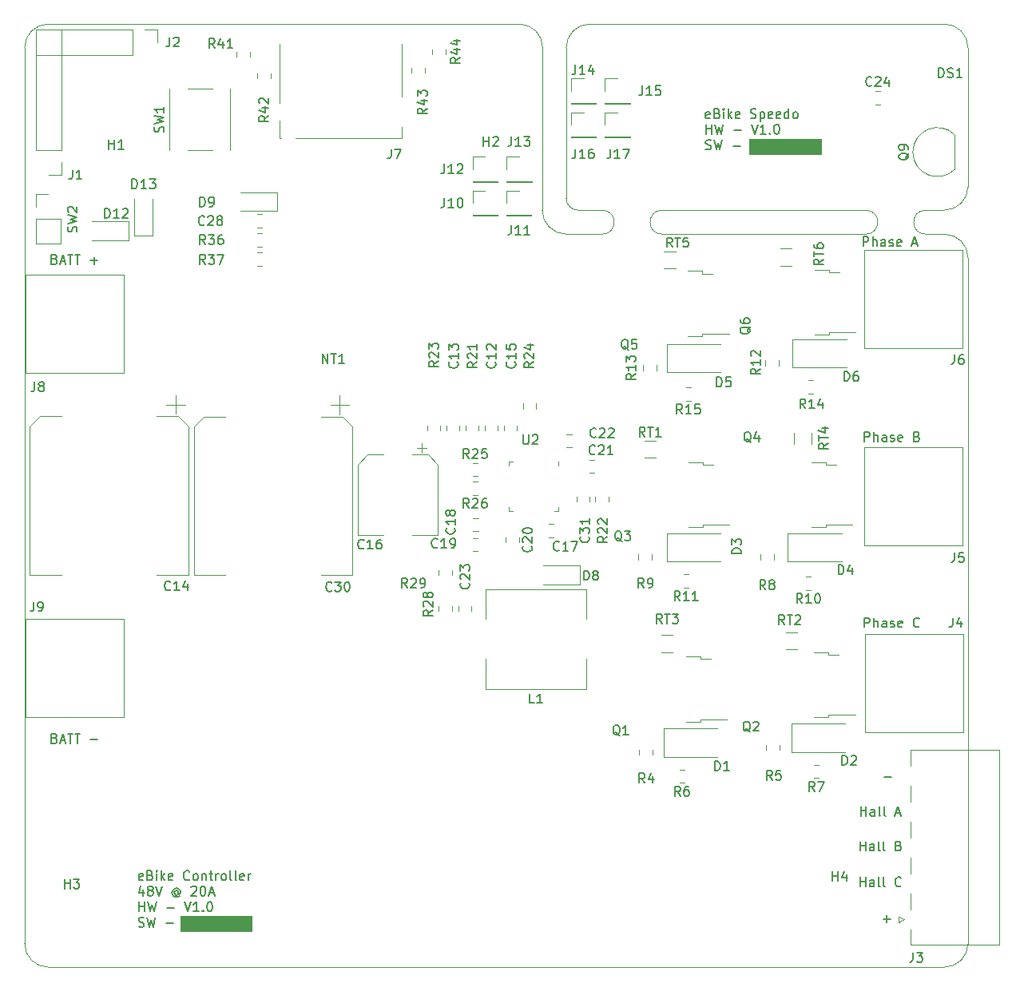
<source format=gbr>
G04 #@! TF.GenerationSoftware,KiCad,Pcbnew,(5.1.5)-3*
G04 #@! TF.CreationDate,2021-01-10T10:04:47+00:00*
G04 #@! TF.ProjectId,Ebike_Controller,4562696b-655f-4436-9f6e-74726f6c6c65,rev?*
G04 #@! TF.SameCoordinates,Original*
G04 #@! TF.FileFunction,Legend,Top*
G04 #@! TF.FilePolarity,Positive*
%FSLAX46Y46*%
G04 Gerber Fmt 4.6, Leading zero omitted, Abs format (unit mm)*
G04 Created by KiCad (PCBNEW (5.1.5)-3) date 2021-01-10 10:04:47*
%MOMM*%
%LPD*%
G04 APERTURE LIST*
%ADD10C,0.150000*%
%ADD11C,0.100000*%
%ADD12C,0.050000*%
%ADD13C,0.120000*%
%ADD14C,0.153000*%
G04 APERTURE END LIST*
D10*
X137019047Y-122952380D02*
X137019047Y-121952380D01*
X137400000Y-121952380D01*
X137495238Y-122000000D01*
X137542857Y-122047619D01*
X137590476Y-122142857D01*
X137590476Y-122285714D01*
X137542857Y-122380952D01*
X137495238Y-122428571D01*
X137400000Y-122476190D01*
X137019047Y-122476190D01*
X138019047Y-122952380D02*
X138019047Y-121952380D01*
X138447619Y-122952380D02*
X138447619Y-122428571D01*
X138400000Y-122333333D01*
X138304761Y-122285714D01*
X138161904Y-122285714D01*
X138066666Y-122333333D01*
X138019047Y-122380952D01*
X139352380Y-122952380D02*
X139352380Y-122428571D01*
X139304761Y-122333333D01*
X139209523Y-122285714D01*
X139019047Y-122285714D01*
X138923809Y-122333333D01*
X139352380Y-122904761D02*
X139257142Y-122952380D01*
X139019047Y-122952380D01*
X138923809Y-122904761D01*
X138876190Y-122809523D01*
X138876190Y-122714285D01*
X138923809Y-122619047D01*
X139019047Y-122571428D01*
X139257142Y-122571428D01*
X139352380Y-122523809D01*
X139780952Y-122904761D02*
X139876190Y-122952380D01*
X140066666Y-122952380D01*
X140161904Y-122904761D01*
X140209523Y-122809523D01*
X140209523Y-122761904D01*
X140161904Y-122666666D01*
X140066666Y-122619047D01*
X139923809Y-122619047D01*
X139828571Y-122571428D01*
X139780952Y-122476190D01*
X139780952Y-122428571D01*
X139828571Y-122333333D01*
X139923809Y-122285714D01*
X140066666Y-122285714D01*
X140161904Y-122333333D01*
X141019047Y-122904761D02*
X140923809Y-122952380D01*
X140733333Y-122952380D01*
X140638095Y-122904761D01*
X140590476Y-122809523D01*
X140590476Y-122428571D01*
X140638095Y-122333333D01*
X140733333Y-122285714D01*
X140923809Y-122285714D01*
X141019047Y-122333333D01*
X141066666Y-122428571D01*
X141066666Y-122523809D01*
X140590476Y-122619047D01*
X142828571Y-122857142D02*
X142780952Y-122904761D01*
X142638095Y-122952380D01*
X142542857Y-122952380D01*
X142400000Y-122904761D01*
X142304761Y-122809523D01*
X142257142Y-122714285D01*
X142209523Y-122523809D01*
X142209523Y-122380952D01*
X142257142Y-122190476D01*
X142304761Y-122095238D01*
X142400000Y-122000000D01*
X142542857Y-121952380D01*
X142638095Y-121952380D01*
X142780952Y-122000000D01*
X142828571Y-122047619D01*
X137019047Y-103252380D02*
X137019047Y-102252380D01*
X137400000Y-102252380D01*
X137495238Y-102300000D01*
X137542857Y-102347619D01*
X137590476Y-102442857D01*
X137590476Y-102585714D01*
X137542857Y-102680952D01*
X137495238Y-102728571D01*
X137400000Y-102776190D01*
X137019047Y-102776190D01*
X138019047Y-103252380D02*
X138019047Y-102252380D01*
X138447619Y-103252380D02*
X138447619Y-102728571D01*
X138400000Y-102633333D01*
X138304761Y-102585714D01*
X138161904Y-102585714D01*
X138066666Y-102633333D01*
X138019047Y-102680952D01*
X139352380Y-103252380D02*
X139352380Y-102728571D01*
X139304761Y-102633333D01*
X139209523Y-102585714D01*
X139019047Y-102585714D01*
X138923809Y-102633333D01*
X139352380Y-103204761D02*
X139257142Y-103252380D01*
X139019047Y-103252380D01*
X138923809Y-103204761D01*
X138876190Y-103109523D01*
X138876190Y-103014285D01*
X138923809Y-102919047D01*
X139019047Y-102871428D01*
X139257142Y-102871428D01*
X139352380Y-102823809D01*
X139780952Y-103204761D02*
X139876190Y-103252380D01*
X140066666Y-103252380D01*
X140161904Y-103204761D01*
X140209523Y-103109523D01*
X140209523Y-103061904D01*
X140161904Y-102966666D01*
X140066666Y-102919047D01*
X139923809Y-102919047D01*
X139828571Y-102871428D01*
X139780952Y-102776190D01*
X139780952Y-102728571D01*
X139828571Y-102633333D01*
X139923809Y-102585714D01*
X140066666Y-102585714D01*
X140161904Y-102633333D01*
X141019047Y-103204761D02*
X140923809Y-103252380D01*
X140733333Y-103252380D01*
X140638095Y-103204761D01*
X140590476Y-103109523D01*
X140590476Y-102728571D01*
X140638095Y-102633333D01*
X140733333Y-102585714D01*
X140923809Y-102585714D01*
X141019047Y-102633333D01*
X141066666Y-102728571D01*
X141066666Y-102823809D01*
X140590476Y-102919047D01*
X142590476Y-102728571D02*
X142733333Y-102776190D01*
X142780952Y-102823809D01*
X142828571Y-102919047D01*
X142828571Y-103061904D01*
X142780952Y-103157142D01*
X142733333Y-103204761D01*
X142638095Y-103252380D01*
X142257142Y-103252380D01*
X142257142Y-102252380D01*
X142590476Y-102252380D01*
X142685714Y-102300000D01*
X142733333Y-102347619D01*
X142780952Y-102442857D01*
X142780952Y-102538095D01*
X142733333Y-102633333D01*
X142685714Y-102680952D01*
X142590476Y-102728571D01*
X142257142Y-102728571D01*
X136890476Y-82552380D02*
X136890476Y-81552380D01*
X137271428Y-81552380D01*
X137366666Y-81600000D01*
X137414285Y-81647619D01*
X137461904Y-81742857D01*
X137461904Y-81885714D01*
X137414285Y-81980952D01*
X137366666Y-82028571D01*
X137271428Y-82076190D01*
X136890476Y-82076190D01*
X137890476Y-82552380D02*
X137890476Y-81552380D01*
X138319047Y-82552380D02*
X138319047Y-82028571D01*
X138271428Y-81933333D01*
X138176190Y-81885714D01*
X138033333Y-81885714D01*
X137938095Y-81933333D01*
X137890476Y-81980952D01*
X139223809Y-82552380D02*
X139223809Y-82028571D01*
X139176190Y-81933333D01*
X139080952Y-81885714D01*
X138890476Y-81885714D01*
X138795238Y-81933333D01*
X139223809Y-82504761D02*
X139128571Y-82552380D01*
X138890476Y-82552380D01*
X138795238Y-82504761D01*
X138747619Y-82409523D01*
X138747619Y-82314285D01*
X138795238Y-82219047D01*
X138890476Y-82171428D01*
X139128571Y-82171428D01*
X139223809Y-82123809D01*
X139652380Y-82504761D02*
X139747619Y-82552380D01*
X139938095Y-82552380D01*
X140033333Y-82504761D01*
X140080952Y-82409523D01*
X140080952Y-82361904D01*
X140033333Y-82266666D01*
X139938095Y-82219047D01*
X139795238Y-82219047D01*
X139700000Y-82171428D01*
X139652380Y-82076190D01*
X139652380Y-82028571D01*
X139700000Y-81933333D01*
X139795238Y-81885714D01*
X139938095Y-81885714D01*
X140033333Y-81933333D01*
X140890476Y-82504761D02*
X140795238Y-82552380D01*
X140604761Y-82552380D01*
X140509523Y-82504761D01*
X140461904Y-82409523D01*
X140461904Y-82028571D01*
X140509523Y-81933333D01*
X140604761Y-81885714D01*
X140795238Y-81885714D01*
X140890476Y-81933333D01*
X140938095Y-82028571D01*
X140938095Y-82123809D01*
X140461904Y-82219047D01*
X142080952Y-82266666D02*
X142557142Y-82266666D01*
X141985714Y-82552380D02*
X142319047Y-81552380D01*
X142652380Y-82552380D01*
X120616547Y-68954761D02*
X120521309Y-69002380D01*
X120330833Y-69002380D01*
X120235595Y-68954761D01*
X120187976Y-68859523D01*
X120187976Y-68478571D01*
X120235595Y-68383333D01*
X120330833Y-68335714D01*
X120521309Y-68335714D01*
X120616547Y-68383333D01*
X120664166Y-68478571D01*
X120664166Y-68573809D01*
X120187976Y-68669047D01*
X121426071Y-68478571D02*
X121568928Y-68526190D01*
X121616547Y-68573809D01*
X121664166Y-68669047D01*
X121664166Y-68811904D01*
X121616547Y-68907142D01*
X121568928Y-68954761D01*
X121473690Y-69002380D01*
X121092738Y-69002380D01*
X121092738Y-68002380D01*
X121426071Y-68002380D01*
X121521309Y-68050000D01*
X121568928Y-68097619D01*
X121616547Y-68192857D01*
X121616547Y-68288095D01*
X121568928Y-68383333D01*
X121521309Y-68430952D01*
X121426071Y-68478571D01*
X121092738Y-68478571D01*
X122092738Y-69002380D02*
X122092738Y-68335714D01*
X122092738Y-68002380D02*
X122045119Y-68050000D01*
X122092738Y-68097619D01*
X122140357Y-68050000D01*
X122092738Y-68002380D01*
X122092738Y-68097619D01*
X122568928Y-69002380D02*
X122568928Y-68002380D01*
X122664166Y-68621428D02*
X122949880Y-69002380D01*
X122949880Y-68335714D02*
X122568928Y-68716666D01*
X123759404Y-68954761D02*
X123664166Y-69002380D01*
X123473690Y-69002380D01*
X123378452Y-68954761D01*
X123330833Y-68859523D01*
X123330833Y-68478571D01*
X123378452Y-68383333D01*
X123473690Y-68335714D01*
X123664166Y-68335714D01*
X123759404Y-68383333D01*
X123807023Y-68478571D01*
X123807023Y-68573809D01*
X123330833Y-68669047D01*
X124949880Y-68954761D02*
X125092738Y-69002380D01*
X125330833Y-69002380D01*
X125426071Y-68954761D01*
X125473690Y-68907142D01*
X125521309Y-68811904D01*
X125521309Y-68716666D01*
X125473690Y-68621428D01*
X125426071Y-68573809D01*
X125330833Y-68526190D01*
X125140357Y-68478571D01*
X125045119Y-68430952D01*
X124997500Y-68383333D01*
X124949880Y-68288095D01*
X124949880Y-68192857D01*
X124997500Y-68097619D01*
X125045119Y-68050000D01*
X125140357Y-68002380D01*
X125378452Y-68002380D01*
X125521309Y-68050000D01*
X125949880Y-68335714D02*
X125949880Y-69335714D01*
X125949880Y-68383333D02*
X126045119Y-68335714D01*
X126235595Y-68335714D01*
X126330833Y-68383333D01*
X126378452Y-68430952D01*
X126426071Y-68526190D01*
X126426071Y-68811904D01*
X126378452Y-68907142D01*
X126330833Y-68954761D01*
X126235595Y-69002380D01*
X126045119Y-69002380D01*
X125949880Y-68954761D01*
X127235595Y-68954761D02*
X127140357Y-69002380D01*
X126949880Y-69002380D01*
X126854642Y-68954761D01*
X126807023Y-68859523D01*
X126807023Y-68478571D01*
X126854642Y-68383333D01*
X126949880Y-68335714D01*
X127140357Y-68335714D01*
X127235595Y-68383333D01*
X127283214Y-68478571D01*
X127283214Y-68573809D01*
X126807023Y-68669047D01*
X128092738Y-68954761D02*
X127997500Y-69002380D01*
X127807023Y-69002380D01*
X127711785Y-68954761D01*
X127664166Y-68859523D01*
X127664166Y-68478571D01*
X127711785Y-68383333D01*
X127807023Y-68335714D01*
X127997500Y-68335714D01*
X128092738Y-68383333D01*
X128140357Y-68478571D01*
X128140357Y-68573809D01*
X127664166Y-68669047D01*
X128997500Y-69002380D02*
X128997500Y-68002380D01*
X128997500Y-68954761D02*
X128902261Y-69002380D01*
X128711785Y-69002380D01*
X128616547Y-68954761D01*
X128568928Y-68907142D01*
X128521309Y-68811904D01*
X128521309Y-68526190D01*
X128568928Y-68430952D01*
X128616547Y-68383333D01*
X128711785Y-68335714D01*
X128902261Y-68335714D01*
X128997500Y-68383333D01*
X129616547Y-69002380D02*
X129521309Y-68954761D01*
X129473690Y-68907142D01*
X129426071Y-68811904D01*
X129426071Y-68526190D01*
X129473690Y-68430952D01*
X129521309Y-68383333D01*
X129616547Y-68335714D01*
X129759404Y-68335714D01*
X129854642Y-68383333D01*
X129902261Y-68430952D01*
X129949880Y-68526190D01*
X129949880Y-68811904D01*
X129902261Y-68907142D01*
X129854642Y-68954761D01*
X129759404Y-69002380D01*
X129616547Y-69002380D01*
X120235595Y-70652380D02*
X120235595Y-69652380D01*
X120235595Y-70128571D02*
X120807023Y-70128571D01*
X120807023Y-70652380D02*
X120807023Y-69652380D01*
X121187976Y-69652380D02*
X121426071Y-70652380D01*
X121616547Y-69938095D01*
X121807023Y-70652380D01*
X122045119Y-69652380D01*
X123187976Y-70271428D02*
X123949880Y-70271428D01*
X125045119Y-69652380D02*
X125378452Y-70652380D01*
X125711785Y-69652380D01*
X126568928Y-70652380D02*
X125997500Y-70652380D01*
X126283214Y-70652380D02*
X126283214Y-69652380D01*
X126187976Y-69795238D01*
X126092738Y-69890476D01*
X125997500Y-69938095D01*
X126997500Y-70557142D02*
X127045119Y-70604761D01*
X126997500Y-70652380D01*
X126949880Y-70604761D01*
X126997500Y-70557142D01*
X126997500Y-70652380D01*
X127664166Y-69652380D02*
X127759404Y-69652380D01*
X127854642Y-69700000D01*
X127902261Y-69747619D01*
X127949880Y-69842857D01*
X127997500Y-70033333D01*
X127997500Y-70271428D01*
X127949880Y-70461904D01*
X127902261Y-70557142D01*
X127854642Y-70604761D01*
X127759404Y-70652380D01*
X127664166Y-70652380D01*
X127568928Y-70604761D01*
X127521309Y-70557142D01*
X127473690Y-70461904D01*
X127426071Y-70271428D01*
X127426071Y-70033333D01*
X127473690Y-69842857D01*
X127521309Y-69747619D01*
X127568928Y-69700000D01*
X127664166Y-69652380D01*
X120187976Y-72254761D02*
X120330833Y-72302380D01*
X120568928Y-72302380D01*
X120664166Y-72254761D01*
X120711785Y-72207142D01*
X120759404Y-72111904D01*
X120759404Y-72016666D01*
X120711785Y-71921428D01*
X120664166Y-71873809D01*
X120568928Y-71826190D01*
X120378452Y-71778571D01*
X120283214Y-71730952D01*
X120235595Y-71683333D01*
X120187976Y-71588095D01*
X120187976Y-71492857D01*
X120235595Y-71397619D01*
X120283214Y-71350000D01*
X120378452Y-71302380D01*
X120616547Y-71302380D01*
X120759404Y-71350000D01*
X121092738Y-71302380D02*
X121330833Y-72302380D01*
X121521309Y-71588095D01*
X121711785Y-72302380D01*
X121949880Y-71302380D01*
X123092738Y-71921428D02*
X123854642Y-71921428D01*
D11*
G36*
X132400000Y-72800000D02*
G01*
X124800000Y-72800000D01*
X124800000Y-71200000D01*
X132400000Y-71200000D01*
X132400000Y-72800000D01*
G37*
X132400000Y-72800000D02*
X124800000Y-72800000D01*
X124800000Y-71200000D01*
X132400000Y-71200000D01*
X132400000Y-72800000D01*
G36*
X72100000Y-155200000D02*
G01*
X64500000Y-155200000D01*
X64500000Y-153600000D01*
X72100000Y-153600000D01*
X72100000Y-155200000D01*
G37*
X72100000Y-155200000D02*
X64500000Y-155200000D01*
X64500000Y-153600000D01*
X72100000Y-153600000D01*
X72100000Y-155200000D01*
D10*
X60516547Y-149729761D02*
X60421309Y-149777380D01*
X60230833Y-149777380D01*
X60135595Y-149729761D01*
X60087976Y-149634523D01*
X60087976Y-149253571D01*
X60135595Y-149158333D01*
X60230833Y-149110714D01*
X60421309Y-149110714D01*
X60516547Y-149158333D01*
X60564166Y-149253571D01*
X60564166Y-149348809D01*
X60087976Y-149444047D01*
X61326071Y-149253571D02*
X61468928Y-149301190D01*
X61516547Y-149348809D01*
X61564166Y-149444047D01*
X61564166Y-149586904D01*
X61516547Y-149682142D01*
X61468928Y-149729761D01*
X61373690Y-149777380D01*
X60992738Y-149777380D01*
X60992738Y-148777380D01*
X61326071Y-148777380D01*
X61421309Y-148825000D01*
X61468928Y-148872619D01*
X61516547Y-148967857D01*
X61516547Y-149063095D01*
X61468928Y-149158333D01*
X61421309Y-149205952D01*
X61326071Y-149253571D01*
X60992738Y-149253571D01*
X61992738Y-149777380D02*
X61992738Y-149110714D01*
X61992738Y-148777380D02*
X61945119Y-148825000D01*
X61992738Y-148872619D01*
X62040357Y-148825000D01*
X61992738Y-148777380D01*
X61992738Y-148872619D01*
X62468928Y-149777380D02*
X62468928Y-148777380D01*
X62564166Y-149396428D02*
X62849880Y-149777380D01*
X62849880Y-149110714D02*
X62468928Y-149491666D01*
X63659404Y-149729761D02*
X63564166Y-149777380D01*
X63373690Y-149777380D01*
X63278452Y-149729761D01*
X63230833Y-149634523D01*
X63230833Y-149253571D01*
X63278452Y-149158333D01*
X63373690Y-149110714D01*
X63564166Y-149110714D01*
X63659404Y-149158333D01*
X63707023Y-149253571D01*
X63707023Y-149348809D01*
X63230833Y-149444047D01*
X65468928Y-149682142D02*
X65421309Y-149729761D01*
X65278452Y-149777380D01*
X65183214Y-149777380D01*
X65040357Y-149729761D01*
X64945119Y-149634523D01*
X64897500Y-149539285D01*
X64849880Y-149348809D01*
X64849880Y-149205952D01*
X64897500Y-149015476D01*
X64945119Y-148920238D01*
X65040357Y-148825000D01*
X65183214Y-148777380D01*
X65278452Y-148777380D01*
X65421309Y-148825000D01*
X65468928Y-148872619D01*
X66040357Y-149777380D02*
X65945119Y-149729761D01*
X65897500Y-149682142D01*
X65849880Y-149586904D01*
X65849880Y-149301190D01*
X65897500Y-149205952D01*
X65945119Y-149158333D01*
X66040357Y-149110714D01*
X66183214Y-149110714D01*
X66278452Y-149158333D01*
X66326071Y-149205952D01*
X66373690Y-149301190D01*
X66373690Y-149586904D01*
X66326071Y-149682142D01*
X66278452Y-149729761D01*
X66183214Y-149777380D01*
X66040357Y-149777380D01*
X66802261Y-149110714D02*
X66802261Y-149777380D01*
X66802261Y-149205952D02*
X66849880Y-149158333D01*
X66945119Y-149110714D01*
X67087976Y-149110714D01*
X67183214Y-149158333D01*
X67230833Y-149253571D01*
X67230833Y-149777380D01*
X67564166Y-149110714D02*
X67945119Y-149110714D01*
X67707023Y-148777380D02*
X67707023Y-149634523D01*
X67754642Y-149729761D01*
X67849880Y-149777380D01*
X67945119Y-149777380D01*
X68278452Y-149777380D02*
X68278452Y-149110714D01*
X68278452Y-149301190D02*
X68326071Y-149205952D01*
X68373690Y-149158333D01*
X68468928Y-149110714D01*
X68564166Y-149110714D01*
X69040357Y-149777380D02*
X68945119Y-149729761D01*
X68897500Y-149682142D01*
X68849880Y-149586904D01*
X68849880Y-149301190D01*
X68897500Y-149205952D01*
X68945119Y-149158333D01*
X69040357Y-149110714D01*
X69183214Y-149110714D01*
X69278452Y-149158333D01*
X69326071Y-149205952D01*
X69373690Y-149301190D01*
X69373690Y-149586904D01*
X69326071Y-149682142D01*
X69278452Y-149729761D01*
X69183214Y-149777380D01*
X69040357Y-149777380D01*
X69945119Y-149777380D02*
X69849880Y-149729761D01*
X69802261Y-149634523D01*
X69802261Y-148777380D01*
X70468928Y-149777380D02*
X70373690Y-149729761D01*
X70326071Y-149634523D01*
X70326071Y-148777380D01*
X71230833Y-149729761D02*
X71135595Y-149777380D01*
X70945119Y-149777380D01*
X70849880Y-149729761D01*
X70802261Y-149634523D01*
X70802261Y-149253571D01*
X70849880Y-149158333D01*
X70945119Y-149110714D01*
X71135595Y-149110714D01*
X71230833Y-149158333D01*
X71278452Y-149253571D01*
X71278452Y-149348809D01*
X70802261Y-149444047D01*
X71707023Y-149777380D02*
X71707023Y-149110714D01*
X71707023Y-149301190D02*
X71754642Y-149205952D01*
X71802261Y-149158333D01*
X71897500Y-149110714D01*
X71992738Y-149110714D01*
X60564166Y-150760714D02*
X60564166Y-151427380D01*
X60326071Y-150379761D02*
X60087976Y-151094047D01*
X60707023Y-151094047D01*
X61230833Y-150855952D02*
X61135595Y-150808333D01*
X61087976Y-150760714D01*
X61040357Y-150665476D01*
X61040357Y-150617857D01*
X61087976Y-150522619D01*
X61135595Y-150475000D01*
X61230833Y-150427380D01*
X61421309Y-150427380D01*
X61516547Y-150475000D01*
X61564166Y-150522619D01*
X61611785Y-150617857D01*
X61611785Y-150665476D01*
X61564166Y-150760714D01*
X61516547Y-150808333D01*
X61421309Y-150855952D01*
X61230833Y-150855952D01*
X61135595Y-150903571D01*
X61087976Y-150951190D01*
X61040357Y-151046428D01*
X61040357Y-151236904D01*
X61087976Y-151332142D01*
X61135595Y-151379761D01*
X61230833Y-151427380D01*
X61421309Y-151427380D01*
X61516547Y-151379761D01*
X61564166Y-151332142D01*
X61611785Y-151236904D01*
X61611785Y-151046428D01*
X61564166Y-150951190D01*
X61516547Y-150903571D01*
X61421309Y-150855952D01*
X61897500Y-150427380D02*
X62230833Y-151427380D01*
X62564166Y-150427380D01*
X64278452Y-150951190D02*
X64230833Y-150903571D01*
X64135595Y-150855952D01*
X64040357Y-150855952D01*
X63945119Y-150903571D01*
X63897500Y-150951190D01*
X63849880Y-151046428D01*
X63849880Y-151141666D01*
X63897500Y-151236904D01*
X63945119Y-151284523D01*
X64040357Y-151332142D01*
X64135595Y-151332142D01*
X64230833Y-151284523D01*
X64278452Y-151236904D01*
X64278452Y-150855952D02*
X64278452Y-151236904D01*
X64326071Y-151284523D01*
X64373690Y-151284523D01*
X64468928Y-151236904D01*
X64516547Y-151141666D01*
X64516547Y-150903571D01*
X64421309Y-150760714D01*
X64278452Y-150665476D01*
X64087976Y-150617857D01*
X63897500Y-150665476D01*
X63754642Y-150760714D01*
X63659404Y-150903571D01*
X63611785Y-151094047D01*
X63659404Y-151284523D01*
X63754642Y-151427380D01*
X63897500Y-151522619D01*
X64087976Y-151570238D01*
X64278452Y-151522619D01*
X64421309Y-151427380D01*
X65659404Y-150522619D02*
X65707023Y-150475000D01*
X65802261Y-150427380D01*
X66040357Y-150427380D01*
X66135595Y-150475000D01*
X66183214Y-150522619D01*
X66230833Y-150617857D01*
X66230833Y-150713095D01*
X66183214Y-150855952D01*
X65611785Y-151427380D01*
X66230833Y-151427380D01*
X66849880Y-150427380D02*
X66945119Y-150427380D01*
X67040357Y-150475000D01*
X67087976Y-150522619D01*
X67135595Y-150617857D01*
X67183214Y-150808333D01*
X67183214Y-151046428D01*
X67135595Y-151236904D01*
X67087976Y-151332142D01*
X67040357Y-151379761D01*
X66945119Y-151427380D01*
X66849880Y-151427380D01*
X66754642Y-151379761D01*
X66707023Y-151332142D01*
X66659404Y-151236904D01*
X66611785Y-151046428D01*
X66611785Y-150808333D01*
X66659404Y-150617857D01*
X66707023Y-150522619D01*
X66754642Y-150475000D01*
X66849880Y-150427380D01*
X67564166Y-151141666D02*
X68040357Y-151141666D01*
X67468928Y-151427380D02*
X67802261Y-150427380D01*
X68135595Y-151427380D01*
X60135595Y-153077380D02*
X60135595Y-152077380D01*
X60135595Y-152553571D02*
X60707023Y-152553571D01*
X60707023Y-153077380D02*
X60707023Y-152077380D01*
X61087976Y-152077380D02*
X61326071Y-153077380D01*
X61516547Y-152363095D01*
X61707023Y-153077380D01*
X61945119Y-152077380D01*
X63087976Y-152696428D02*
X63849880Y-152696428D01*
X64945119Y-152077380D02*
X65278452Y-153077380D01*
X65611785Y-152077380D01*
X66468928Y-153077380D02*
X65897500Y-153077380D01*
X66183214Y-153077380D02*
X66183214Y-152077380D01*
X66087976Y-152220238D01*
X65992738Y-152315476D01*
X65897500Y-152363095D01*
X66897500Y-152982142D02*
X66945119Y-153029761D01*
X66897500Y-153077380D01*
X66849880Y-153029761D01*
X66897500Y-152982142D01*
X66897500Y-153077380D01*
X67564166Y-152077380D02*
X67659404Y-152077380D01*
X67754642Y-152125000D01*
X67802261Y-152172619D01*
X67849880Y-152267857D01*
X67897500Y-152458333D01*
X67897500Y-152696428D01*
X67849880Y-152886904D01*
X67802261Y-152982142D01*
X67754642Y-153029761D01*
X67659404Y-153077380D01*
X67564166Y-153077380D01*
X67468928Y-153029761D01*
X67421309Y-152982142D01*
X67373690Y-152886904D01*
X67326071Y-152696428D01*
X67326071Y-152458333D01*
X67373690Y-152267857D01*
X67421309Y-152172619D01*
X67468928Y-152125000D01*
X67564166Y-152077380D01*
X60087976Y-154679761D02*
X60230833Y-154727380D01*
X60468928Y-154727380D01*
X60564166Y-154679761D01*
X60611785Y-154632142D01*
X60659404Y-154536904D01*
X60659404Y-154441666D01*
X60611785Y-154346428D01*
X60564166Y-154298809D01*
X60468928Y-154251190D01*
X60278452Y-154203571D01*
X60183214Y-154155952D01*
X60135595Y-154108333D01*
X60087976Y-154013095D01*
X60087976Y-153917857D01*
X60135595Y-153822619D01*
X60183214Y-153775000D01*
X60278452Y-153727380D01*
X60516547Y-153727380D01*
X60659404Y-153775000D01*
X60992738Y-153727380D02*
X61230833Y-154727380D01*
X61421309Y-154013095D01*
X61611785Y-154727380D01*
X61849880Y-153727380D01*
X62992738Y-154346428D02*
X63754642Y-154346428D01*
X139019047Y-153871428D02*
X139780952Y-153871428D01*
X139400000Y-154252380D02*
X139400000Y-153490476D01*
X139119047Y-138871428D02*
X139880952Y-138871428D01*
X136557142Y-150452380D02*
X136557142Y-149452380D01*
X136557142Y-149928571D02*
X137128571Y-149928571D01*
X137128571Y-150452380D02*
X137128571Y-149452380D01*
X138033333Y-150452380D02*
X138033333Y-149928571D01*
X137985714Y-149833333D01*
X137890476Y-149785714D01*
X137700000Y-149785714D01*
X137604761Y-149833333D01*
X138033333Y-150404761D02*
X137938095Y-150452380D01*
X137700000Y-150452380D01*
X137604761Y-150404761D01*
X137557142Y-150309523D01*
X137557142Y-150214285D01*
X137604761Y-150119047D01*
X137700000Y-150071428D01*
X137938095Y-150071428D01*
X138033333Y-150023809D01*
X138652380Y-150452380D02*
X138557142Y-150404761D01*
X138509523Y-150309523D01*
X138509523Y-149452380D01*
X139176190Y-150452380D02*
X139080952Y-150404761D01*
X139033333Y-150309523D01*
X139033333Y-149452380D01*
X140890476Y-150357142D02*
X140842857Y-150404761D01*
X140700000Y-150452380D01*
X140604761Y-150452380D01*
X140461904Y-150404761D01*
X140366666Y-150309523D01*
X140319047Y-150214285D01*
X140271428Y-150023809D01*
X140271428Y-149880952D01*
X140319047Y-149690476D01*
X140366666Y-149595238D01*
X140461904Y-149500000D01*
X140604761Y-149452380D01*
X140700000Y-149452380D01*
X140842857Y-149500000D01*
X140890476Y-149547619D01*
X136557142Y-146652380D02*
X136557142Y-145652380D01*
X136557142Y-146128571D02*
X137128571Y-146128571D01*
X137128571Y-146652380D02*
X137128571Y-145652380D01*
X138033333Y-146652380D02*
X138033333Y-146128571D01*
X137985714Y-146033333D01*
X137890476Y-145985714D01*
X137700000Y-145985714D01*
X137604761Y-146033333D01*
X138033333Y-146604761D02*
X137938095Y-146652380D01*
X137700000Y-146652380D01*
X137604761Y-146604761D01*
X137557142Y-146509523D01*
X137557142Y-146414285D01*
X137604761Y-146319047D01*
X137700000Y-146271428D01*
X137938095Y-146271428D01*
X138033333Y-146223809D01*
X138652380Y-146652380D02*
X138557142Y-146604761D01*
X138509523Y-146509523D01*
X138509523Y-145652380D01*
X139176190Y-146652380D02*
X139080952Y-146604761D01*
X139033333Y-146509523D01*
X139033333Y-145652380D01*
X140652380Y-146128571D02*
X140795238Y-146176190D01*
X140842857Y-146223809D01*
X140890476Y-146319047D01*
X140890476Y-146461904D01*
X140842857Y-146557142D01*
X140795238Y-146604761D01*
X140700000Y-146652380D01*
X140319047Y-146652380D01*
X140319047Y-145652380D01*
X140652380Y-145652380D01*
X140747619Y-145700000D01*
X140795238Y-145747619D01*
X140842857Y-145842857D01*
X140842857Y-145938095D01*
X140795238Y-146033333D01*
X140747619Y-146080952D01*
X140652380Y-146128571D01*
X140319047Y-146128571D01*
X136628571Y-142952380D02*
X136628571Y-141952380D01*
X136628571Y-142428571D02*
X137200000Y-142428571D01*
X137200000Y-142952380D02*
X137200000Y-141952380D01*
X138104761Y-142952380D02*
X138104761Y-142428571D01*
X138057142Y-142333333D01*
X137961904Y-142285714D01*
X137771428Y-142285714D01*
X137676190Y-142333333D01*
X138104761Y-142904761D02*
X138009523Y-142952380D01*
X137771428Y-142952380D01*
X137676190Y-142904761D01*
X137628571Y-142809523D01*
X137628571Y-142714285D01*
X137676190Y-142619047D01*
X137771428Y-142571428D01*
X138009523Y-142571428D01*
X138104761Y-142523809D01*
X138723809Y-142952380D02*
X138628571Y-142904761D01*
X138580952Y-142809523D01*
X138580952Y-141952380D01*
X139247619Y-142952380D02*
X139152380Y-142904761D01*
X139104761Y-142809523D01*
X139104761Y-141952380D01*
X140342857Y-142666666D02*
X140819047Y-142666666D01*
X140247619Y-142952380D02*
X140580952Y-141952380D01*
X140914285Y-142952380D01*
X51180952Y-134728571D02*
X51323809Y-134776190D01*
X51371428Y-134823809D01*
X51419047Y-134919047D01*
X51419047Y-135061904D01*
X51371428Y-135157142D01*
X51323809Y-135204761D01*
X51228571Y-135252380D01*
X50847619Y-135252380D01*
X50847619Y-134252380D01*
X51180952Y-134252380D01*
X51276190Y-134300000D01*
X51323809Y-134347619D01*
X51371428Y-134442857D01*
X51371428Y-134538095D01*
X51323809Y-134633333D01*
X51276190Y-134680952D01*
X51180952Y-134728571D01*
X50847619Y-134728571D01*
X51800000Y-134966666D02*
X52276190Y-134966666D01*
X51704761Y-135252380D02*
X52038095Y-134252380D01*
X52371428Y-135252380D01*
X52561904Y-134252380D02*
X53133333Y-134252380D01*
X52847619Y-135252380D02*
X52847619Y-134252380D01*
X53323809Y-134252380D02*
X53895238Y-134252380D01*
X53609523Y-135252380D02*
X53609523Y-134252380D01*
X54990476Y-134871428D02*
X55752380Y-134871428D01*
X51180952Y-83928571D02*
X51323809Y-83976190D01*
X51371428Y-84023809D01*
X51419047Y-84119047D01*
X51419047Y-84261904D01*
X51371428Y-84357142D01*
X51323809Y-84404761D01*
X51228571Y-84452380D01*
X50847619Y-84452380D01*
X50847619Y-83452380D01*
X51180952Y-83452380D01*
X51276190Y-83500000D01*
X51323809Y-83547619D01*
X51371428Y-83642857D01*
X51371428Y-83738095D01*
X51323809Y-83833333D01*
X51276190Y-83880952D01*
X51180952Y-83928571D01*
X50847619Y-83928571D01*
X51800000Y-84166666D02*
X52276190Y-84166666D01*
X51704761Y-84452380D02*
X52038095Y-83452380D01*
X52371428Y-84452380D01*
X52561904Y-83452380D02*
X53133333Y-83452380D01*
X52847619Y-84452380D02*
X52847619Y-83452380D01*
X53323809Y-83452380D02*
X53895238Y-83452380D01*
X53609523Y-84452380D02*
X53609523Y-83452380D01*
X54990476Y-84071428D02*
X55752380Y-84071428D01*
X55371428Y-84452380D02*
X55371428Y-83690476D01*
D12*
X102910000Y-61500000D02*
X102870000Y-78740000D01*
X100410000Y-59000000D02*
G75*
G02X102910000Y-61500000I0J-2500000D01*
G01*
X105410000Y-61500000D02*
G75*
G02X107910000Y-59000000I2500000J0D01*
G01*
X145500000Y-59000000D02*
G75*
G02X148000000Y-61500000I0J-2500000D01*
G01*
X148000000Y-76240000D02*
G75*
G02X145500000Y-78740000I-2500000J0D01*
G01*
X145500000Y-81280000D02*
G75*
G02X148000000Y-83780000I0J-2500000D01*
G01*
X148000000Y-156500000D02*
G75*
G02X145500000Y-159000000I-2500000J0D01*
G01*
X50500000Y-159000000D02*
G75*
G02X48000000Y-156500000I0J2500000D01*
G01*
X48000000Y-61500000D02*
G75*
G02X50500000Y-59000000I2500000J0D01*
G01*
X143510000Y-81280000D02*
X145500000Y-81280000D01*
X143510000Y-78740000D02*
X145500000Y-78740000D01*
X143510000Y-81280000D02*
G75*
G02X143510000Y-78740000I0J1270000D01*
G01*
X137160000Y-78740000D02*
G75*
G02X137160000Y-81280000I0J-1270000D01*
G01*
X109220000Y-78740000D02*
G75*
G02X109220000Y-81280000I0J-1270000D01*
G01*
X105410000Y-81280000D02*
X109220000Y-81280000D01*
X106680000Y-78740000D02*
X109220000Y-78740000D01*
X106680000Y-78740000D02*
G75*
G02X105410000Y-77470000I0J1270000D01*
G01*
X105410000Y-81280000D02*
G75*
G02X102870000Y-78740000I0J2540000D01*
G01*
X105410000Y-61500000D02*
X105410000Y-77470000D01*
X107910000Y-59000000D02*
X145500000Y-59000000D01*
X115570000Y-81280000D02*
X137160000Y-81280000D01*
X115570000Y-81280000D02*
G75*
G02X115570000Y-78740000I0J1270000D01*
G01*
X137160000Y-78740000D02*
X115570000Y-78740000D01*
X148000000Y-83780000D02*
X148000000Y-156500000D01*
X148000000Y-61500000D02*
X148000000Y-76240000D01*
X48000000Y-156500000D02*
X48000000Y-61500000D01*
X145500000Y-159000000D02*
X50500000Y-159000000D01*
X50500000Y-59000000D02*
X100410000Y-59000000D01*
D13*
X49170000Y-77070000D02*
X50500000Y-77070000D01*
X49170000Y-78400000D02*
X49170000Y-77070000D01*
X49170000Y-79670000D02*
X51830000Y-79670000D01*
X51830000Y-79670000D02*
X51830000Y-82270000D01*
X49170000Y-79670000D02*
X49170000Y-82270000D01*
X49170000Y-82270000D02*
X51830000Y-82270000D01*
X59600000Y-81450000D02*
X59600000Y-77550000D01*
X61600000Y-81450000D02*
X61600000Y-77550000D01*
X59600000Y-81450000D02*
X61600000Y-81450000D01*
X59000000Y-81900000D02*
X55100000Y-81900000D01*
X59000000Y-79900000D02*
X55100000Y-79900000D01*
X59000000Y-81900000D02*
X59000000Y-79900000D01*
X129302064Y-82790000D02*
X128097936Y-82790000D01*
X129302064Y-84610000D02*
X128097936Y-84610000D01*
X116989564Y-83090000D02*
X115785436Y-83090000D01*
X116989564Y-84910000D02*
X115785436Y-84910000D01*
X131410000Y-103514564D02*
X131410000Y-102310436D01*
X129590000Y-103514564D02*
X129590000Y-102310436D01*
X116702064Y-123790000D02*
X115497936Y-123790000D01*
X116702064Y-125610000D02*
X115497936Y-125610000D01*
X129914564Y-123490000D02*
X128710436Y-123490000D01*
X129914564Y-125310000D02*
X128710436Y-125310000D01*
X113697936Y-105010000D02*
X114902064Y-105010000D01*
X113697936Y-103190000D02*
X114902064Y-103190000D01*
X109520000Y-68370000D02*
X110850000Y-68370000D01*
X109520000Y-69700000D02*
X109520000Y-68370000D01*
X109520000Y-70970000D02*
X112180000Y-70970000D01*
X112180000Y-70970000D02*
X112180000Y-71030000D01*
X109520000Y-70970000D02*
X109520000Y-71030000D01*
X109520000Y-71030000D02*
X112180000Y-71030000D01*
X105920000Y-68370000D02*
X107250000Y-68370000D01*
X105920000Y-69700000D02*
X105920000Y-68370000D01*
X105920000Y-70970000D02*
X108580000Y-70970000D01*
X108580000Y-70970000D02*
X108580000Y-71030000D01*
X105920000Y-70970000D02*
X105920000Y-71030000D01*
X105920000Y-71030000D02*
X108580000Y-71030000D01*
X109520000Y-64770000D02*
X110850000Y-64770000D01*
X109520000Y-66100000D02*
X109520000Y-64770000D01*
X109520000Y-67370000D02*
X112180000Y-67370000D01*
X112180000Y-67370000D02*
X112180000Y-67430000D01*
X109520000Y-67370000D02*
X109520000Y-67430000D01*
X109520000Y-67430000D02*
X112180000Y-67430000D01*
X105920000Y-64770000D02*
X107250000Y-64770000D01*
X105920000Y-66100000D02*
X105920000Y-64770000D01*
X105920000Y-67370000D02*
X108580000Y-67370000D01*
X108580000Y-67370000D02*
X108580000Y-67430000D01*
X105920000Y-67370000D02*
X105920000Y-67430000D01*
X105920000Y-67430000D02*
X108580000Y-67430000D01*
X75175000Y-71085000D02*
X75065000Y-71085000D01*
X87935000Y-69925000D02*
X87935000Y-71085000D01*
X87935000Y-71085000D02*
X76675000Y-71085000D01*
X75065000Y-71085000D02*
X75065000Y-69275000D01*
X87935000Y-66675000D02*
X87935000Y-61075000D01*
X75065000Y-67375000D02*
X75065000Y-61075000D01*
X99078000Y-73092000D02*
X100408000Y-73092000D01*
X99078000Y-74422000D02*
X99078000Y-73092000D01*
X99078000Y-75692000D02*
X101738000Y-75692000D01*
X101738000Y-75692000D02*
X101738000Y-75752000D01*
X99078000Y-75692000D02*
X99078000Y-75752000D01*
X99078000Y-75752000D02*
X101738000Y-75752000D01*
X95470000Y-73092000D02*
X96800000Y-73092000D01*
X95470000Y-74422000D02*
X95470000Y-73092000D01*
X95470000Y-75692000D02*
X98130000Y-75692000D01*
X98130000Y-75692000D02*
X98130000Y-75752000D01*
X95470000Y-75692000D02*
X95470000Y-75752000D01*
X95470000Y-75752000D02*
X98130000Y-75752000D01*
X104559000Y-105844500D02*
X104559000Y-105419500D01*
X99339000Y-110639500D02*
X99764000Y-110639500D01*
X99339000Y-110214500D02*
X99339000Y-110639500D01*
X99339000Y-105419500D02*
X99764000Y-105419500D01*
X99339000Y-105844500D02*
X99339000Y-105419500D01*
X104559000Y-110639500D02*
X104134000Y-110639500D01*
X104559000Y-110214500D02*
X104559000Y-110639500D01*
X58517000Y-132497000D02*
X58517000Y-122083000D01*
X48103000Y-132497000D02*
X58517000Y-132497000D01*
X48103000Y-122083000D02*
X48103000Y-132497000D01*
X58517000Y-122083000D02*
X48103000Y-122083000D01*
X100820500Y-99248248D02*
X100820500Y-99770752D01*
X102240500Y-99248248D02*
X102240500Y-99770752D01*
X95545248Y-112783500D02*
X96067752Y-112783500D01*
X95545248Y-111363500D02*
X96067752Y-111363500D01*
X90660500Y-101597748D02*
X90660500Y-102120252D01*
X92080500Y-101597748D02*
X92080500Y-102120252D01*
X94112500Y-102120252D02*
X94112500Y-101597748D01*
X92692500Y-102120252D02*
X92692500Y-101597748D01*
X100208500Y-102102252D02*
X100208500Y-101579748D01*
X98788500Y-102102252D02*
X98788500Y-101579748D01*
X98176500Y-102120252D02*
X98176500Y-101597748D01*
X96756500Y-102120252D02*
X96756500Y-101597748D01*
X96900000Y-129500000D02*
X96900000Y-126300000D01*
X107500000Y-129500000D02*
X96900000Y-129500000D01*
X107500000Y-126300000D02*
X107500000Y-129500000D01*
X107500000Y-118900000D02*
X107500000Y-122100000D01*
X96900000Y-118900000D02*
X107500000Y-118900000D01*
X96900000Y-122100000D02*
X96900000Y-118900000D01*
X119626500Y-126338500D02*
X120726500Y-126338500D01*
X119626500Y-126068500D02*
X119626500Y-126338500D01*
X118126500Y-126068500D02*
X119626500Y-126068500D01*
X119626500Y-132698500D02*
X122456500Y-132698500D01*
X119626500Y-132968500D02*
X119626500Y-132698500D01*
X118126500Y-132968500D02*
X119626500Y-132968500D01*
X137023000Y-103841000D02*
X137023000Y-114255000D01*
X147437000Y-103841000D02*
X137023000Y-103841000D01*
X147437000Y-114255000D02*
X147437000Y-103841000D01*
X137023000Y-114255000D02*
X147437000Y-114255000D01*
X137108500Y-123719500D02*
X137108500Y-134133500D01*
X147522500Y-123719500D02*
X137108500Y-123719500D01*
X147522500Y-134133500D02*
X147522500Y-123719500D01*
X137108500Y-134133500D02*
X147522500Y-134133500D01*
X99070000Y-76670000D02*
X100400000Y-76670000D01*
X99070000Y-78000000D02*
X99070000Y-76670000D01*
X99070000Y-79270000D02*
X101730000Y-79270000D01*
X101730000Y-79270000D02*
X101730000Y-79330000D01*
X99070000Y-79270000D02*
X99070000Y-79330000D01*
X99070000Y-79330000D02*
X101730000Y-79330000D01*
X95470000Y-76670000D02*
X96800000Y-76670000D01*
X95470000Y-78000000D02*
X95470000Y-76670000D01*
X95470000Y-79270000D02*
X98130000Y-79270000D01*
X98130000Y-79270000D02*
X98130000Y-79330000D01*
X95470000Y-79270000D02*
X95470000Y-79330000D01*
X95470000Y-79330000D02*
X98130000Y-79330000D01*
X58537000Y-96017000D02*
X58537000Y-85603000D01*
X48123000Y-96017000D02*
X58537000Y-96017000D01*
X48123000Y-85603000D02*
X48123000Y-96017000D01*
X58537000Y-85603000D02*
X48123000Y-85603000D01*
X63348000Y-65892000D02*
X63348000Y-72352000D01*
X67878000Y-65892000D02*
X65278000Y-65892000D01*
X69808000Y-65892000D02*
X69808000Y-72352000D01*
X67878000Y-72352000D02*
X65278000Y-72352000D01*
X69778000Y-65892000D02*
X69808000Y-65892000D01*
X63348000Y-65892000D02*
X63378000Y-65892000D01*
X63348000Y-72352000D02*
X63378000Y-72352000D01*
X69808000Y-72352000D02*
X69778000Y-72352000D01*
X92610000Y-62186252D02*
X92610000Y-61663748D01*
X91190000Y-62186252D02*
X91190000Y-61663748D01*
X88990000Y-63638748D02*
X88990000Y-64161252D01*
X90410000Y-63638748D02*
X90410000Y-64161252D01*
X72690000Y-64238748D02*
X72690000Y-64761252D01*
X74110000Y-64238748D02*
X74110000Y-64761252D01*
X70490000Y-61938748D02*
X70490000Y-62461252D01*
X71910000Y-61938748D02*
X71910000Y-62461252D01*
X73162252Y-83233000D02*
X72639748Y-83233000D01*
X73162252Y-84653000D02*
X72639748Y-84653000D01*
X72639748Y-82621000D02*
X73162252Y-82621000D01*
X72639748Y-81201000D02*
X73162252Y-81201000D01*
X93287000Y-117414752D02*
X93287000Y-116892248D01*
X91867000Y-117414752D02*
X91867000Y-116892248D01*
X93287000Y-121224752D02*
X93287000Y-120702248D01*
X91867000Y-121224752D02*
X91867000Y-120702248D01*
X96013252Y-107490000D02*
X95490748Y-107490000D01*
X96013252Y-108910000D02*
X95490748Y-108910000D01*
X95490748Y-106941500D02*
X96013252Y-106941500D01*
X95490748Y-105521500D02*
X96013252Y-105521500D01*
X109910000Y-109661252D02*
X109910000Y-109138748D01*
X108490000Y-109661252D02*
X108490000Y-109138748D01*
X94724500Y-101597748D02*
X94724500Y-102120252D01*
X96144500Y-101597748D02*
X96144500Y-102120252D01*
X118610252Y-97520500D02*
X118087748Y-97520500D01*
X118610252Y-98940500D02*
X118087748Y-98940500D01*
X131041748Y-98178500D02*
X131564252Y-98178500D01*
X131041748Y-96758500D02*
X131564252Y-96758500D01*
X113584000Y-95184248D02*
X113584000Y-95706752D01*
X115004000Y-95184248D02*
X115004000Y-95706752D01*
X126538000Y-94676248D02*
X126538000Y-95198752D01*
X127958000Y-94676248D02*
X127958000Y-95198752D01*
X118374252Y-117332500D02*
X117851748Y-117332500D01*
X118374252Y-118752500D02*
X117851748Y-118752500D01*
X131328252Y-117586500D02*
X130805748Y-117586500D01*
X131328252Y-119006500D02*
X130805748Y-119006500D01*
X113076000Y-115250248D02*
X113076000Y-115772752D01*
X114496000Y-115250248D02*
X114496000Y-115772752D01*
X126030000Y-115250248D02*
X126030000Y-115772752D01*
X127450000Y-115250248D02*
X127450000Y-115772752D01*
X132153752Y-137525500D02*
X131631248Y-137525500D01*
X132153752Y-138945500D02*
X131631248Y-138945500D01*
X117929752Y-138033500D02*
X117407248Y-138033500D01*
X117929752Y-139453500D02*
X117407248Y-139453500D01*
X126601500Y-135443248D02*
X126601500Y-135965752D01*
X128021500Y-135443248D02*
X128021500Y-135965752D01*
X113139500Y-135951248D02*
X113139500Y-136473752D01*
X114559500Y-135951248D02*
X114559500Y-136473752D01*
X146588478Y-70741522D02*
G75*
G03X142150000Y-72580000I-1838478J-1838478D01*
G01*
X146588478Y-74418478D02*
G75*
G02X142150000Y-72580000I-1838478J1838478D01*
G01*
X146600000Y-74380000D02*
X146600000Y-70780000D01*
X133270000Y-85320000D02*
X134370000Y-85320000D01*
X133270000Y-85050000D02*
X133270000Y-85320000D01*
X131770000Y-85050000D02*
X133270000Y-85050000D01*
X133270000Y-91680000D02*
X136100000Y-91680000D01*
X133270000Y-91950000D02*
X133270000Y-91680000D01*
X131770000Y-91950000D02*
X133270000Y-91950000D01*
X119825000Y-85465500D02*
X120925000Y-85465500D01*
X119825000Y-85195500D02*
X119825000Y-85465500D01*
X118325000Y-85195500D02*
X119825000Y-85195500D01*
X119825000Y-91825500D02*
X122655000Y-91825500D01*
X119825000Y-92095500D02*
X119825000Y-91825500D01*
X118325000Y-92095500D02*
X119825000Y-92095500D01*
X132900000Y-105740500D02*
X134000000Y-105740500D01*
X132900000Y-105470500D02*
X132900000Y-105740500D01*
X131400000Y-105470500D02*
X132900000Y-105470500D01*
X132900000Y-112100500D02*
X135730000Y-112100500D01*
X132900000Y-112370500D02*
X132900000Y-112100500D01*
X131400000Y-112370500D02*
X132900000Y-112370500D01*
X119900000Y-105740500D02*
X121000000Y-105740500D01*
X119900000Y-105470500D02*
X119900000Y-105740500D01*
X118400000Y-105470500D02*
X119900000Y-105470500D01*
X119900000Y-112100500D02*
X122730000Y-112100500D01*
X119900000Y-112370500D02*
X119900000Y-112100500D01*
X118400000Y-112370500D02*
X119900000Y-112370500D01*
X133201500Y-125863500D02*
X134301500Y-125863500D01*
X133201500Y-125593500D02*
X133201500Y-125863500D01*
X131701500Y-125593500D02*
X133201500Y-125593500D01*
X133201500Y-132223500D02*
X136031500Y-132223500D01*
X133201500Y-132493500D02*
X133201500Y-132223500D01*
X131701500Y-132493500D02*
X133201500Y-132493500D01*
X137039500Y-82992500D02*
X137039500Y-93406500D01*
X147453500Y-82992500D02*
X137039500Y-82992500D01*
X147453500Y-93406500D02*
X147453500Y-82992500D01*
X137039500Y-93406500D02*
X147453500Y-93406500D01*
X140600000Y-154220000D02*
X140600000Y-153620000D01*
X141200000Y-153920000D02*
X140600000Y-154220000D01*
X140600000Y-153620000D02*
X141200000Y-153920000D01*
X148000000Y-156630000D02*
X148000000Y-135970000D01*
X141890000Y-141440000D02*
X141890000Y-139730000D01*
X141890000Y-145250000D02*
X141890000Y-143540000D01*
X141890000Y-149060000D02*
X141890000Y-147350000D01*
X141890000Y-152870000D02*
X141890000Y-151160000D01*
X141890000Y-135970000D02*
X141890000Y-137630000D01*
X141890000Y-156630000D02*
X141890000Y-154970000D01*
X151310000Y-135970000D02*
X141890000Y-135970000D01*
X151310000Y-156630000D02*
X151310000Y-135970000D01*
X141890000Y-156630000D02*
X151310000Y-156630000D01*
X62030000Y-59626000D02*
X62030000Y-60956000D01*
X60700000Y-59626000D02*
X62030000Y-59626000D01*
X59430000Y-59626000D02*
X59430000Y-62286000D01*
X59430000Y-62286000D02*
X49210000Y-62286000D01*
X59430000Y-59626000D02*
X49210000Y-59626000D01*
X49210000Y-59626000D02*
X49210000Y-62286000D01*
X51870000Y-74986000D02*
X50540000Y-74986000D01*
X51870000Y-73656000D02*
X51870000Y-74986000D01*
X51870000Y-72386000D02*
X49210000Y-72386000D01*
X49210000Y-72386000D02*
X49210000Y-59626000D01*
X51870000Y-72386000D02*
X51870000Y-59626000D01*
X51870000Y-59626000D02*
X49210000Y-59626000D01*
X74762000Y-78847000D02*
X70862000Y-78847000D01*
X74762000Y-76847000D02*
X70862000Y-76847000D01*
X74762000Y-78847000D02*
X74762000Y-76847000D01*
X106850000Y-118400000D02*
X102950000Y-118400000D01*
X106850000Y-116400000D02*
X102950000Y-116400000D01*
X106850000Y-118400000D02*
X106850000Y-116400000D01*
X129396000Y-95412500D02*
X135096000Y-95412500D01*
X129396000Y-92412500D02*
X129396000Y-95412500D01*
X135096000Y-92412500D02*
X129396000Y-92412500D01*
X116074000Y-95920500D02*
X121774000Y-95920500D01*
X116074000Y-92920500D02*
X116074000Y-95920500D01*
X121774000Y-92920500D02*
X116074000Y-92920500D01*
X128888000Y-115986500D02*
X134588000Y-115986500D01*
X128888000Y-112986500D02*
X128888000Y-115986500D01*
X134588000Y-112986500D02*
X128888000Y-112986500D01*
X116074000Y-115986500D02*
X121774000Y-115986500D01*
X116074000Y-112986500D02*
X116074000Y-115986500D01*
X121774000Y-112986500D02*
X116074000Y-112986500D01*
X129285500Y-136179500D02*
X134985500Y-136179500D01*
X129285500Y-133179500D02*
X129285500Y-136179500D01*
X134985500Y-133179500D02*
X129285500Y-133179500D01*
X115743500Y-136687500D02*
X121443500Y-136687500D01*
X115743500Y-133687500D02*
X115743500Y-136687500D01*
X121443500Y-133687500D02*
X115743500Y-133687500D01*
X107910000Y-109661252D02*
X107910000Y-109138748D01*
X106490000Y-109661252D02*
X106490000Y-109138748D01*
X82412500Y-99375500D02*
X80412500Y-99375500D01*
X81412500Y-98375500D02*
X81412500Y-100375500D01*
X67006937Y-100615500D02*
X65942500Y-101679937D01*
X81698063Y-100615500D02*
X82762500Y-101679937D01*
X81698063Y-100615500D02*
X79412500Y-100615500D01*
X67006937Y-100615500D02*
X69292500Y-100615500D01*
X65942500Y-101679937D02*
X65942500Y-117435500D01*
X82762500Y-101679937D02*
X82762500Y-117435500D01*
X82762500Y-117435500D02*
X79412500Y-117435500D01*
X65942500Y-117435500D02*
X69292500Y-117435500D01*
X73144252Y-79169000D02*
X72621748Y-79169000D01*
X73144252Y-80589000D02*
X72621748Y-80589000D01*
X138168748Y-67510000D02*
X138691252Y-67510000D01*
X138168748Y-66090000D02*
X138691252Y-66090000D01*
X95382500Y-121224752D02*
X95382500Y-120702248D01*
X93962500Y-121224752D02*
X93962500Y-120702248D01*
X105982752Y-102473500D02*
X105460248Y-102473500D01*
X105982752Y-103893500D02*
X105460248Y-103893500D01*
X108395752Y-105190000D02*
X107873248Y-105190000D01*
X108395752Y-106610000D02*
X107873248Y-106610000D01*
X98979000Y-113438748D02*
X98979000Y-113961252D01*
X100399000Y-113438748D02*
X100399000Y-113961252D01*
X96061252Y-113490000D02*
X95538748Y-113490000D01*
X96061252Y-114910000D02*
X95538748Y-114910000D01*
X104061252Y-111990000D02*
X103538748Y-111990000D01*
X104061252Y-113410000D02*
X103538748Y-113410000D01*
X90565000Y-103920500D02*
X89565000Y-103920500D01*
X90065000Y-103420500D02*
X90065000Y-104420500D01*
X84359437Y-104660500D02*
X83295000Y-105724937D01*
X90750563Y-104660500D02*
X91815000Y-105724937D01*
X90750563Y-104660500D02*
X89065000Y-104660500D01*
X84359437Y-104660500D02*
X86045000Y-104660500D01*
X83295000Y-105724937D02*
X83295000Y-113180500D01*
X91815000Y-105724937D02*
X91815000Y-113180500D01*
X91815000Y-113180500D02*
X89065000Y-113180500D01*
X83295000Y-113180500D02*
X86045000Y-113180500D01*
X65013500Y-99350000D02*
X63013500Y-99350000D01*
X64013500Y-98350000D02*
X64013500Y-100350000D01*
X49607937Y-100590000D02*
X48543500Y-101654437D01*
X64299063Y-100590000D02*
X65363500Y-101654437D01*
X64299063Y-100590000D02*
X62013500Y-100590000D01*
X49607937Y-100590000D02*
X51893500Y-100590000D01*
X48543500Y-101654437D02*
X48543500Y-117410000D01*
X65363500Y-101654437D02*
X65363500Y-117410000D01*
X65363500Y-117410000D02*
X62013500Y-117410000D01*
X48543500Y-117410000D02*
X51893500Y-117410000D01*
D10*
X53504761Y-81033333D02*
X53552380Y-80890476D01*
X53552380Y-80652380D01*
X53504761Y-80557142D01*
X53457142Y-80509523D01*
X53361904Y-80461904D01*
X53266666Y-80461904D01*
X53171428Y-80509523D01*
X53123809Y-80557142D01*
X53076190Y-80652380D01*
X53028571Y-80842857D01*
X52980952Y-80938095D01*
X52933333Y-80985714D01*
X52838095Y-81033333D01*
X52742857Y-81033333D01*
X52647619Y-80985714D01*
X52600000Y-80938095D01*
X52552380Y-80842857D01*
X52552380Y-80604761D01*
X52600000Y-80461904D01*
X52552380Y-80128571D02*
X53552380Y-79890476D01*
X52838095Y-79700000D01*
X53552380Y-79509523D01*
X52552380Y-79271428D01*
X52647619Y-78938095D02*
X52600000Y-78890476D01*
X52552380Y-78795238D01*
X52552380Y-78557142D01*
X52600000Y-78461904D01*
X52647619Y-78414285D01*
X52742857Y-78366666D01*
X52838095Y-78366666D01*
X52980952Y-78414285D01*
X53552380Y-78985714D01*
X53552380Y-78366666D01*
X59385714Y-76452380D02*
X59385714Y-75452380D01*
X59623809Y-75452380D01*
X59766666Y-75500000D01*
X59861904Y-75595238D01*
X59909523Y-75690476D01*
X59957142Y-75880952D01*
X59957142Y-76023809D01*
X59909523Y-76214285D01*
X59861904Y-76309523D01*
X59766666Y-76404761D01*
X59623809Y-76452380D01*
X59385714Y-76452380D01*
X60909523Y-76452380D02*
X60338095Y-76452380D01*
X60623809Y-76452380D02*
X60623809Y-75452380D01*
X60528571Y-75595238D01*
X60433333Y-75690476D01*
X60338095Y-75738095D01*
X61242857Y-75452380D02*
X61861904Y-75452380D01*
X61528571Y-75833333D01*
X61671428Y-75833333D01*
X61766666Y-75880952D01*
X61814285Y-75928571D01*
X61861904Y-76023809D01*
X61861904Y-76261904D01*
X61814285Y-76357142D01*
X61766666Y-76404761D01*
X61671428Y-76452380D01*
X61385714Y-76452380D01*
X61290476Y-76404761D01*
X61242857Y-76357142D01*
X56485714Y-79552380D02*
X56485714Y-78552380D01*
X56723809Y-78552380D01*
X56866666Y-78600000D01*
X56961904Y-78695238D01*
X57009523Y-78790476D01*
X57057142Y-78980952D01*
X57057142Y-79123809D01*
X57009523Y-79314285D01*
X56961904Y-79409523D01*
X56866666Y-79504761D01*
X56723809Y-79552380D01*
X56485714Y-79552380D01*
X58009523Y-79552380D02*
X57438095Y-79552380D01*
X57723809Y-79552380D02*
X57723809Y-78552380D01*
X57628571Y-78695238D01*
X57533333Y-78790476D01*
X57438095Y-78838095D01*
X58390476Y-78647619D02*
X58438095Y-78600000D01*
X58533333Y-78552380D01*
X58771428Y-78552380D01*
X58866666Y-78600000D01*
X58914285Y-78647619D01*
X58961904Y-78742857D01*
X58961904Y-78838095D01*
X58914285Y-78980952D01*
X58342857Y-79552380D01*
X58961904Y-79552380D01*
X144885714Y-64652380D02*
X144885714Y-63652380D01*
X145123809Y-63652380D01*
X145266666Y-63700000D01*
X145361904Y-63795238D01*
X145409523Y-63890476D01*
X145457142Y-64080952D01*
X145457142Y-64223809D01*
X145409523Y-64414285D01*
X145361904Y-64509523D01*
X145266666Y-64604761D01*
X145123809Y-64652380D01*
X144885714Y-64652380D01*
X145838095Y-64604761D02*
X145980952Y-64652380D01*
X146219047Y-64652380D01*
X146314285Y-64604761D01*
X146361904Y-64557142D01*
X146409523Y-64461904D01*
X146409523Y-64366666D01*
X146361904Y-64271428D01*
X146314285Y-64223809D01*
X146219047Y-64176190D01*
X146028571Y-64128571D01*
X145933333Y-64080952D01*
X145885714Y-64033333D01*
X145838095Y-63938095D01*
X145838095Y-63842857D01*
X145885714Y-63747619D01*
X145933333Y-63700000D01*
X146028571Y-63652380D01*
X146266666Y-63652380D01*
X146409523Y-63700000D01*
X147361904Y-64652380D02*
X146790476Y-64652380D01*
X147076190Y-64652380D02*
X147076190Y-63652380D01*
X146980952Y-63795238D01*
X146885714Y-63890476D01*
X146790476Y-63938095D01*
X132652380Y-83947619D02*
X132176190Y-84280952D01*
X132652380Y-84519047D02*
X131652380Y-84519047D01*
X131652380Y-84138095D01*
X131700000Y-84042857D01*
X131747619Y-83995238D01*
X131842857Y-83947619D01*
X131985714Y-83947619D01*
X132080952Y-83995238D01*
X132128571Y-84042857D01*
X132176190Y-84138095D01*
X132176190Y-84519047D01*
X131652380Y-83661904D02*
X131652380Y-83090476D01*
X132652380Y-83376190D02*
X131652380Y-83376190D01*
X131652380Y-82328571D02*
X131652380Y-82519047D01*
X131700000Y-82614285D01*
X131747619Y-82661904D01*
X131890476Y-82757142D01*
X132080952Y-82804761D01*
X132461904Y-82804761D01*
X132557142Y-82757142D01*
X132604761Y-82709523D01*
X132652380Y-82614285D01*
X132652380Y-82423809D01*
X132604761Y-82328571D01*
X132557142Y-82280952D01*
X132461904Y-82233333D01*
X132223809Y-82233333D01*
X132128571Y-82280952D01*
X132080952Y-82328571D01*
X132033333Y-82423809D01*
X132033333Y-82614285D01*
X132080952Y-82709523D01*
X132128571Y-82757142D01*
X132223809Y-82804761D01*
X116652380Y-82652380D02*
X116319047Y-82176190D01*
X116080952Y-82652380D02*
X116080952Y-81652380D01*
X116461904Y-81652380D01*
X116557142Y-81700000D01*
X116604761Y-81747619D01*
X116652380Y-81842857D01*
X116652380Y-81985714D01*
X116604761Y-82080952D01*
X116557142Y-82128571D01*
X116461904Y-82176190D01*
X116080952Y-82176190D01*
X116938095Y-81652380D02*
X117509523Y-81652380D01*
X117223809Y-82652380D02*
X117223809Y-81652380D01*
X118319047Y-81652380D02*
X117842857Y-81652380D01*
X117795238Y-82128571D01*
X117842857Y-82080952D01*
X117938095Y-82033333D01*
X118176190Y-82033333D01*
X118271428Y-82080952D01*
X118319047Y-82128571D01*
X118366666Y-82223809D01*
X118366666Y-82461904D01*
X118319047Y-82557142D01*
X118271428Y-82604761D01*
X118176190Y-82652380D01*
X117938095Y-82652380D01*
X117842857Y-82604761D01*
X117795238Y-82557142D01*
X133152380Y-103460119D02*
X132676190Y-103793452D01*
X133152380Y-104031547D02*
X132152380Y-104031547D01*
X132152380Y-103650595D01*
X132200000Y-103555357D01*
X132247619Y-103507738D01*
X132342857Y-103460119D01*
X132485714Y-103460119D01*
X132580952Y-103507738D01*
X132628571Y-103555357D01*
X132676190Y-103650595D01*
X132676190Y-104031547D01*
X132152380Y-103174404D02*
X132152380Y-102602976D01*
X133152380Y-102888690D02*
X132152380Y-102888690D01*
X132485714Y-101841071D02*
X133152380Y-101841071D01*
X132104761Y-102079166D02*
X132819047Y-102317261D01*
X132819047Y-101698214D01*
X115552380Y-122552380D02*
X115219047Y-122076190D01*
X114980952Y-122552380D02*
X114980952Y-121552380D01*
X115361904Y-121552380D01*
X115457142Y-121600000D01*
X115504761Y-121647619D01*
X115552380Y-121742857D01*
X115552380Y-121885714D01*
X115504761Y-121980952D01*
X115457142Y-122028571D01*
X115361904Y-122076190D01*
X114980952Y-122076190D01*
X115838095Y-121552380D02*
X116409523Y-121552380D01*
X116123809Y-122552380D02*
X116123809Y-121552380D01*
X116647619Y-121552380D02*
X117266666Y-121552380D01*
X116933333Y-121933333D01*
X117076190Y-121933333D01*
X117171428Y-121980952D01*
X117219047Y-122028571D01*
X117266666Y-122123809D01*
X117266666Y-122361904D01*
X117219047Y-122457142D01*
X117171428Y-122504761D01*
X117076190Y-122552380D01*
X116790476Y-122552380D01*
X116695238Y-122504761D01*
X116647619Y-122457142D01*
X128552380Y-122652380D02*
X128219047Y-122176190D01*
X127980952Y-122652380D02*
X127980952Y-121652380D01*
X128361904Y-121652380D01*
X128457142Y-121700000D01*
X128504761Y-121747619D01*
X128552380Y-121842857D01*
X128552380Y-121985714D01*
X128504761Y-122080952D01*
X128457142Y-122128571D01*
X128361904Y-122176190D01*
X127980952Y-122176190D01*
X128838095Y-121652380D02*
X129409523Y-121652380D01*
X129123809Y-122652380D02*
X129123809Y-121652380D01*
X129695238Y-121747619D02*
X129742857Y-121700000D01*
X129838095Y-121652380D01*
X130076190Y-121652380D01*
X130171428Y-121700000D01*
X130219047Y-121747619D01*
X130266666Y-121842857D01*
X130266666Y-121938095D01*
X130219047Y-122080952D01*
X129647619Y-122652380D01*
X130266666Y-122652380D01*
X113752380Y-102732380D02*
X113419047Y-102256190D01*
X113180952Y-102732380D02*
X113180952Y-101732380D01*
X113561904Y-101732380D01*
X113657142Y-101780000D01*
X113704761Y-101827619D01*
X113752380Y-101922857D01*
X113752380Y-102065714D01*
X113704761Y-102160952D01*
X113657142Y-102208571D01*
X113561904Y-102256190D01*
X113180952Y-102256190D01*
X114038095Y-101732380D02*
X114609523Y-101732380D01*
X114323809Y-102732380D02*
X114323809Y-101732380D01*
X115466666Y-102732380D02*
X114895238Y-102732380D01*
X115180952Y-102732380D02*
X115180952Y-101732380D01*
X115085714Y-101875238D01*
X114990476Y-101970476D01*
X114895238Y-102018095D01*
X133638095Y-149852380D02*
X133638095Y-148852380D01*
X133638095Y-149328571D02*
X134209523Y-149328571D01*
X134209523Y-149852380D02*
X134209523Y-148852380D01*
X135114285Y-149185714D02*
X135114285Y-149852380D01*
X134876190Y-148804761D02*
X134638095Y-149519047D01*
X135257142Y-149519047D01*
X52238095Y-150652380D02*
X52238095Y-149652380D01*
X52238095Y-150128571D02*
X52809523Y-150128571D01*
X52809523Y-150652380D02*
X52809523Y-149652380D01*
X53190476Y-149652380D02*
X53809523Y-149652380D01*
X53476190Y-150033333D01*
X53619047Y-150033333D01*
X53714285Y-150080952D01*
X53761904Y-150128571D01*
X53809523Y-150223809D01*
X53809523Y-150461904D01*
X53761904Y-150557142D01*
X53714285Y-150604761D01*
X53619047Y-150652380D01*
X53333333Y-150652380D01*
X53238095Y-150604761D01*
X53190476Y-150557142D01*
X96638095Y-71952380D02*
X96638095Y-70952380D01*
X96638095Y-71428571D02*
X97209523Y-71428571D01*
X97209523Y-71952380D02*
X97209523Y-70952380D01*
X97638095Y-71047619D02*
X97685714Y-71000000D01*
X97780952Y-70952380D01*
X98019047Y-70952380D01*
X98114285Y-71000000D01*
X98161904Y-71047619D01*
X98209523Y-71142857D01*
X98209523Y-71238095D01*
X98161904Y-71380952D01*
X97590476Y-71952380D01*
X98209523Y-71952380D01*
X56938095Y-72252380D02*
X56938095Y-71252380D01*
X56938095Y-71728571D02*
X57509523Y-71728571D01*
X57509523Y-72252380D02*
X57509523Y-71252380D01*
X58509523Y-72252380D02*
X57938095Y-72252380D01*
X58223809Y-72252380D02*
X58223809Y-71252380D01*
X58128571Y-71395238D01*
X58033333Y-71490476D01*
X57938095Y-71538095D01*
X110090476Y-72252380D02*
X110090476Y-72966666D01*
X110042857Y-73109523D01*
X109947619Y-73204761D01*
X109804761Y-73252380D01*
X109709523Y-73252380D01*
X111090476Y-73252380D02*
X110519047Y-73252380D01*
X110804761Y-73252380D02*
X110804761Y-72252380D01*
X110709523Y-72395238D01*
X110614285Y-72490476D01*
X110519047Y-72538095D01*
X111423809Y-72252380D02*
X112090476Y-72252380D01*
X111661904Y-73252380D01*
X106390476Y-72252380D02*
X106390476Y-72966666D01*
X106342857Y-73109523D01*
X106247619Y-73204761D01*
X106104761Y-73252380D01*
X106009523Y-73252380D01*
X107390476Y-73252380D02*
X106819047Y-73252380D01*
X107104761Y-73252380D02*
X107104761Y-72252380D01*
X107009523Y-72395238D01*
X106914285Y-72490476D01*
X106819047Y-72538095D01*
X108247619Y-72252380D02*
X108057142Y-72252380D01*
X107961904Y-72300000D01*
X107914285Y-72347619D01*
X107819047Y-72490476D01*
X107771428Y-72680952D01*
X107771428Y-73061904D01*
X107819047Y-73157142D01*
X107866666Y-73204761D01*
X107961904Y-73252380D01*
X108152380Y-73252380D01*
X108247619Y-73204761D01*
X108295238Y-73157142D01*
X108342857Y-73061904D01*
X108342857Y-72823809D01*
X108295238Y-72728571D01*
X108247619Y-72680952D01*
X108152380Y-72633333D01*
X107961904Y-72633333D01*
X107866666Y-72680952D01*
X107819047Y-72728571D01*
X107771428Y-72823809D01*
X113490476Y-65552380D02*
X113490476Y-66266666D01*
X113442857Y-66409523D01*
X113347619Y-66504761D01*
X113204761Y-66552380D01*
X113109523Y-66552380D01*
X114490476Y-66552380D02*
X113919047Y-66552380D01*
X114204761Y-66552380D02*
X114204761Y-65552380D01*
X114109523Y-65695238D01*
X114014285Y-65790476D01*
X113919047Y-65838095D01*
X115395238Y-65552380D02*
X114919047Y-65552380D01*
X114871428Y-66028571D01*
X114919047Y-65980952D01*
X115014285Y-65933333D01*
X115252380Y-65933333D01*
X115347619Y-65980952D01*
X115395238Y-66028571D01*
X115442857Y-66123809D01*
X115442857Y-66361904D01*
X115395238Y-66457142D01*
X115347619Y-66504761D01*
X115252380Y-66552380D01*
X115014285Y-66552380D01*
X114919047Y-66504761D01*
X114871428Y-66457142D01*
X106390476Y-63352380D02*
X106390476Y-64066666D01*
X106342857Y-64209523D01*
X106247619Y-64304761D01*
X106104761Y-64352380D01*
X106009523Y-64352380D01*
X107390476Y-64352380D02*
X106819047Y-64352380D01*
X107104761Y-64352380D02*
X107104761Y-63352380D01*
X107009523Y-63495238D01*
X106914285Y-63590476D01*
X106819047Y-63638095D01*
X108247619Y-63685714D02*
X108247619Y-64352380D01*
X108009523Y-63304761D02*
X107771428Y-64019047D01*
X108390476Y-64019047D01*
X86866666Y-72252380D02*
X86866666Y-72966666D01*
X86819047Y-73109523D01*
X86723809Y-73204761D01*
X86580952Y-73252380D01*
X86485714Y-73252380D01*
X87247619Y-72252380D02*
X87914285Y-72252380D01*
X87485714Y-73252380D01*
X99598476Y-70952380D02*
X99598476Y-71666666D01*
X99550857Y-71809523D01*
X99455619Y-71904761D01*
X99312761Y-71952380D01*
X99217523Y-71952380D01*
X100598476Y-71952380D02*
X100027047Y-71952380D01*
X100312761Y-71952380D02*
X100312761Y-70952380D01*
X100217523Y-71095238D01*
X100122285Y-71190476D01*
X100027047Y-71238095D01*
X100931809Y-70952380D02*
X101550857Y-70952380D01*
X101217523Y-71333333D01*
X101360380Y-71333333D01*
X101455619Y-71380952D01*
X101503238Y-71428571D01*
X101550857Y-71523809D01*
X101550857Y-71761904D01*
X101503238Y-71857142D01*
X101455619Y-71904761D01*
X101360380Y-71952380D01*
X101074666Y-71952380D01*
X100979428Y-71904761D01*
X100931809Y-71857142D01*
X92490476Y-73852380D02*
X92490476Y-74566666D01*
X92442857Y-74709523D01*
X92347619Y-74804761D01*
X92204761Y-74852380D01*
X92109523Y-74852380D01*
X93490476Y-74852380D02*
X92919047Y-74852380D01*
X93204761Y-74852380D02*
X93204761Y-73852380D01*
X93109523Y-73995238D01*
X93014285Y-74090476D01*
X92919047Y-74138095D01*
X93871428Y-73947619D02*
X93919047Y-73900000D01*
X94014285Y-73852380D01*
X94252380Y-73852380D01*
X94347619Y-73900000D01*
X94395238Y-73947619D01*
X94442857Y-74042857D01*
X94442857Y-74138095D01*
X94395238Y-74280952D01*
X93823809Y-74852380D01*
X94442857Y-74852380D01*
X100838095Y-102552380D02*
X100838095Y-103361904D01*
X100885714Y-103457142D01*
X100933333Y-103504761D01*
X101028571Y-103552380D01*
X101219047Y-103552380D01*
X101314285Y-103504761D01*
X101361904Y-103457142D01*
X101409523Y-103361904D01*
X101409523Y-102552380D01*
X101838095Y-102647619D02*
X101885714Y-102600000D01*
X101980952Y-102552380D01*
X102219047Y-102552380D01*
X102314285Y-102600000D01*
X102361904Y-102647619D01*
X102409523Y-102742857D01*
X102409523Y-102838095D01*
X102361904Y-102980952D01*
X101790476Y-103552380D01*
X102409523Y-103552380D01*
X48966666Y-120252380D02*
X48966666Y-120966666D01*
X48919047Y-121109523D01*
X48823809Y-121204761D01*
X48680952Y-121252380D01*
X48585714Y-121252380D01*
X49490476Y-121252380D02*
X49680952Y-121252380D01*
X49776190Y-121204761D01*
X49823809Y-121157142D01*
X49919047Y-121014285D01*
X49966666Y-120823809D01*
X49966666Y-120442857D01*
X49919047Y-120347619D01*
X49871428Y-120300000D01*
X49776190Y-120252380D01*
X49585714Y-120252380D01*
X49490476Y-120300000D01*
X49442857Y-120347619D01*
X49395238Y-120442857D01*
X49395238Y-120680952D01*
X49442857Y-120776190D01*
X49490476Y-120823809D01*
X49585714Y-120871428D01*
X49776190Y-120871428D01*
X49871428Y-120823809D01*
X49919047Y-120776190D01*
X49966666Y-120680952D01*
X101952380Y-94842857D02*
X101476190Y-95176190D01*
X101952380Y-95414285D02*
X100952380Y-95414285D01*
X100952380Y-95033333D01*
X101000000Y-94938095D01*
X101047619Y-94890476D01*
X101142857Y-94842857D01*
X101285714Y-94842857D01*
X101380952Y-94890476D01*
X101428571Y-94938095D01*
X101476190Y-95033333D01*
X101476190Y-95414285D01*
X101047619Y-94461904D02*
X101000000Y-94414285D01*
X100952380Y-94319047D01*
X100952380Y-94080952D01*
X101000000Y-93985714D01*
X101047619Y-93938095D01*
X101142857Y-93890476D01*
X101238095Y-93890476D01*
X101380952Y-93938095D01*
X101952380Y-94509523D01*
X101952380Y-93890476D01*
X101285714Y-93033333D02*
X101952380Y-93033333D01*
X100904761Y-93271428D02*
X101619047Y-93509523D01*
X101619047Y-92890476D01*
X93557142Y-112442857D02*
X93604761Y-112490476D01*
X93652380Y-112633333D01*
X93652380Y-112728571D01*
X93604761Y-112871428D01*
X93509523Y-112966666D01*
X93414285Y-113014285D01*
X93223809Y-113061904D01*
X93080952Y-113061904D01*
X92890476Y-113014285D01*
X92795238Y-112966666D01*
X92700000Y-112871428D01*
X92652380Y-112728571D01*
X92652380Y-112633333D01*
X92700000Y-112490476D01*
X92747619Y-112442857D01*
X93652380Y-111490476D02*
X93652380Y-112061904D01*
X93652380Y-111776190D02*
X92652380Y-111776190D01*
X92795238Y-111871428D01*
X92890476Y-111966666D01*
X92938095Y-112061904D01*
X93080952Y-110919047D02*
X93033333Y-111014285D01*
X92985714Y-111061904D01*
X92890476Y-111109523D01*
X92842857Y-111109523D01*
X92747619Y-111061904D01*
X92700000Y-111014285D01*
X92652380Y-110919047D01*
X92652380Y-110728571D01*
X92700000Y-110633333D01*
X92747619Y-110585714D01*
X92842857Y-110538095D01*
X92890476Y-110538095D01*
X92985714Y-110585714D01*
X93033333Y-110633333D01*
X93080952Y-110728571D01*
X93080952Y-110919047D01*
X93128571Y-111014285D01*
X93176190Y-111061904D01*
X93271428Y-111109523D01*
X93461904Y-111109523D01*
X93557142Y-111061904D01*
X93604761Y-111014285D01*
X93652380Y-110919047D01*
X93652380Y-110728571D01*
X93604761Y-110633333D01*
X93557142Y-110585714D01*
X93461904Y-110538095D01*
X93271428Y-110538095D01*
X93176190Y-110585714D01*
X93128571Y-110633333D01*
X93080952Y-110728571D01*
X91852380Y-94742857D02*
X91376190Y-95076190D01*
X91852380Y-95314285D02*
X90852380Y-95314285D01*
X90852380Y-94933333D01*
X90900000Y-94838095D01*
X90947619Y-94790476D01*
X91042857Y-94742857D01*
X91185714Y-94742857D01*
X91280952Y-94790476D01*
X91328571Y-94838095D01*
X91376190Y-94933333D01*
X91376190Y-95314285D01*
X90947619Y-94361904D02*
X90900000Y-94314285D01*
X90852380Y-94219047D01*
X90852380Y-93980952D01*
X90900000Y-93885714D01*
X90947619Y-93838095D01*
X91042857Y-93790476D01*
X91138095Y-93790476D01*
X91280952Y-93838095D01*
X91852380Y-94409523D01*
X91852380Y-93790476D01*
X90852380Y-93457142D02*
X90852380Y-92838095D01*
X91233333Y-93171428D01*
X91233333Y-93028571D01*
X91280952Y-92933333D01*
X91328571Y-92885714D01*
X91423809Y-92838095D01*
X91661904Y-92838095D01*
X91757142Y-92885714D01*
X91804761Y-92933333D01*
X91852380Y-93028571D01*
X91852380Y-93314285D01*
X91804761Y-93409523D01*
X91757142Y-93457142D01*
X93857142Y-94842857D02*
X93904761Y-94890476D01*
X93952380Y-95033333D01*
X93952380Y-95128571D01*
X93904761Y-95271428D01*
X93809523Y-95366666D01*
X93714285Y-95414285D01*
X93523809Y-95461904D01*
X93380952Y-95461904D01*
X93190476Y-95414285D01*
X93095238Y-95366666D01*
X93000000Y-95271428D01*
X92952380Y-95128571D01*
X92952380Y-95033333D01*
X93000000Y-94890476D01*
X93047619Y-94842857D01*
X93952380Y-93890476D02*
X93952380Y-94461904D01*
X93952380Y-94176190D02*
X92952380Y-94176190D01*
X93095238Y-94271428D01*
X93190476Y-94366666D01*
X93238095Y-94461904D01*
X92952380Y-93557142D02*
X92952380Y-92938095D01*
X93333333Y-93271428D01*
X93333333Y-93128571D01*
X93380952Y-93033333D01*
X93428571Y-92985714D01*
X93523809Y-92938095D01*
X93761904Y-92938095D01*
X93857142Y-92985714D01*
X93904761Y-93033333D01*
X93952380Y-93128571D01*
X93952380Y-93414285D01*
X93904761Y-93509523D01*
X93857142Y-93557142D01*
X99957142Y-94842857D02*
X100004761Y-94890476D01*
X100052380Y-95033333D01*
X100052380Y-95128571D01*
X100004761Y-95271428D01*
X99909523Y-95366666D01*
X99814285Y-95414285D01*
X99623809Y-95461904D01*
X99480952Y-95461904D01*
X99290476Y-95414285D01*
X99195238Y-95366666D01*
X99100000Y-95271428D01*
X99052380Y-95128571D01*
X99052380Y-95033333D01*
X99100000Y-94890476D01*
X99147619Y-94842857D01*
X100052380Y-93890476D02*
X100052380Y-94461904D01*
X100052380Y-94176190D02*
X99052380Y-94176190D01*
X99195238Y-94271428D01*
X99290476Y-94366666D01*
X99338095Y-94461904D01*
X99052380Y-92985714D02*
X99052380Y-93461904D01*
X99528571Y-93509523D01*
X99480952Y-93461904D01*
X99433333Y-93366666D01*
X99433333Y-93128571D01*
X99480952Y-93033333D01*
X99528571Y-92985714D01*
X99623809Y-92938095D01*
X99861904Y-92938095D01*
X99957142Y-92985714D01*
X100004761Y-93033333D01*
X100052380Y-93128571D01*
X100052380Y-93366666D01*
X100004761Y-93461904D01*
X99957142Y-93509523D01*
X97857142Y-94842857D02*
X97904761Y-94890476D01*
X97952380Y-95033333D01*
X97952380Y-95128571D01*
X97904761Y-95271428D01*
X97809523Y-95366666D01*
X97714285Y-95414285D01*
X97523809Y-95461904D01*
X97380952Y-95461904D01*
X97190476Y-95414285D01*
X97095238Y-95366666D01*
X97000000Y-95271428D01*
X96952380Y-95128571D01*
X96952380Y-95033333D01*
X97000000Y-94890476D01*
X97047619Y-94842857D01*
X97952380Y-93890476D02*
X97952380Y-94461904D01*
X97952380Y-94176190D02*
X96952380Y-94176190D01*
X97095238Y-94271428D01*
X97190476Y-94366666D01*
X97238095Y-94461904D01*
X97047619Y-93509523D02*
X97000000Y-93461904D01*
X96952380Y-93366666D01*
X96952380Y-93128571D01*
X97000000Y-93033333D01*
X97047619Y-92985714D01*
X97142857Y-92938095D01*
X97238095Y-92938095D01*
X97380952Y-92985714D01*
X97952380Y-93557142D01*
X97952380Y-92938095D01*
X102033333Y-131002380D02*
X101557142Y-131002380D01*
X101557142Y-130002380D01*
X102890476Y-131002380D02*
X102319047Y-131002380D01*
X102604761Y-131002380D02*
X102604761Y-130002380D01*
X102509523Y-130145238D01*
X102414285Y-130240476D01*
X102319047Y-130288095D01*
X79557142Y-94952380D02*
X79557142Y-93952380D01*
X80128571Y-94952380D01*
X80128571Y-93952380D01*
X80461904Y-93952380D02*
X81033333Y-93952380D01*
X80747619Y-94952380D02*
X80747619Y-93952380D01*
X81890476Y-94952380D02*
X81319047Y-94952380D01*
X81604761Y-94952380D02*
X81604761Y-93952380D01*
X81509523Y-94095238D01*
X81414285Y-94190476D01*
X81319047Y-94238095D01*
X111104761Y-134447619D02*
X111009523Y-134400000D01*
X110914285Y-134304761D01*
X110771428Y-134161904D01*
X110676190Y-134114285D01*
X110580952Y-134114285D01*
X110628571Y-134352380D02*
X110533333Y-134304761D01*
X110438095Y-134209523D01*
X110390476Y-134019047D01*
X110390476Y-133685714D01*
X110438095Y-133495238D01*
X110533333Y-133400000D01*
X110628571Y-133352380D01*
X110819047Y-133352380D01*
X110914285Y-133400000D01*
X111009523Y-133495238D01*
X111057142Y-133685714D01*
X111057142Y-134019047D01*
X111009523Y-134209523D01*
X110914285Y-134304761D01*
X110819047Y-134352380D01*
X110628571Y-134352380D01*
X112009523Y-134352380D02*
X111438095Y-134352380D01*
X111723809Y-134352380D02*
X111723809Y-133352380D01*
X111628571Y-133495238D01*
X111533333Y-133590476D01*
X111438095Y-133638095D01*
X146566666Y-115052380D02*
X146566666Y-115766666D01*
X146519047Y-115909523D01*
X146423809Y-116004761D01*
X146280952Y-116052380D01*
X146185714Y-116052380D01*
X147519047Y-115052380D02*
X147042857Y-115052380D01*
X146995238Y-115528571D01*
X147042857Y-115480952D01*
X147138095Y-115433333D01*
X147376190Y-115433333D01*
X147471428Y-115480952D01*
X147519047Y-115528571D01*
X147566666Y-115623809D01*
X147566666Y-115861904D01*
X147519047Y-115957142D01*
X147471428Y-116004761D01*
X147376190Y-116052380D01*
X147138095Y-116052380D01*
X147042857Y-116004761D01*
X146995238Y-115957142D01*
X146366666Y-121952380D02*
X146366666Y-122666666D01*
X146319047Y-122809523D01*
X146223809Y-122904761D01*
X146080952Y-122952380D01*
X145985714Y-122952380D01*
X147271428Y-122285714D02*
X147271428Y-122952380D01*
X147033333Y-121904761D02*
X146795238Y-122619047D01*
X147414285Y-122619047D01*
X99590476Y-80352380D02*
X99590476Y-81066666D01*
X99542857Y-81209523D01*
X99447619Y-81304761D01*
X99304761Y-81352380D01*
X99209523Y-81352380D01*
X100590476Y-81352380D02*
X100019047Y-81352380D01*
X100304761Y-81352380D02*
X100304761Y-80352380D01*
X100209523Y-80495238D01*
X100114285Y-80590476D01*
X100019047Y-80638095D01*
X101542857Y-81352380D02*
X100971428Y-81352380D01*
X101257142Y-81352380D02*
X101257142Y-80352380D01*
X101161904Y-80495238D01*
X101066666Y-80590476D01*
X100971428Y-80638095D01*
X92490476Y-77452380D02*
X92490476Y-78166666D01*
X92442857Y-78309523D01*
X92347619Y-78404761D01*
X92204761Y-78452380D01*
X92109523Y-78452380D01*
X93490476Y-78452380D02*
X92919047Y-78452380D01*
X93204761Y-78452380D02*
X93204761Y-77452380D01*
X93109523Y-77595238D01*
X93014285Y-77690476D01*
X92919047Y-77738095D01*
X94109523Y-77452380D02*
X94204761Y-77452380D01*
X94300000Y-77500000D01*
X94347619Y-77547619D01*
X94395238Y-77642857D01*
X94442857Y-77833333D01*
X94442857Y-78071428D01*
X94395238Y-78261904D01*
X94347619Y-78357142D01*
X94300000Y-78404761D01*
X94204761Y-78452380D01*
X94109523Y-78452380D01*
X94014285Y-78404761D01*
X93966666Y-78357142D01*
X93919047Y-78261904D01*
X93871428Y-78071428D01*
X93871428Y-77833333D01*
X93919047Y-77642857D01*
X93966666Y-77547619D01*
X94014285Y-77500000D01*
X94109523Y-77452380D01*
X49066666Y-96952380D02*
X49066666Y-97666666D01*
X49019047Y-97809523D01*
X48923809Y-97904761D01*
X48780952Y-97952380D01*
X48685714Y-97952380D01*
X49685714Y-97380952D02*
X49590476Y-97333333D01*
X49542857Y-97285714D01*
X49495238Y-97190476D01*
X49495238Y-97142857D01*
X49542857Y-97047619D01*
X49590476Y-97000000D01*
X49685714Y-96952380D01*
X49876190Y-96952380D01*
X49971428Y-97000000D01*
X50019047Y-97047619D01*
X50066666Y-97142857D01*
X50066666Y-97190476D01*
X50019047Y-97285714D01*
X49971428Y-97333333D01*
X49876190Y-97380952D01*
X49685714Y-97380952D01*
X49590476Y-97428571D01*
X49542857Y-97476190D01*
X49495238Y-97571428D01*
X49495238Y-97761904D01*
X49542857Y-97857142D01*
X49590476Y-97904761D01*
X49685714Y-97952380D01*
X49876190Y-97952380D01*
X49971428Y-97904761D01*
X50019047Y-97857142D01*
X50066666Y-97761904D01*
X50066666Y-97571428D01*
X50019047Y-97476190D01*
X49971428Y-97428571D01*
X49876190Y-97380952D01*
X62704761Y-70455333D02*
X62752380Y-70312476D01*
X62752380Y-70074380D01*
X62704761Y-69979142D01*
X62657142Y-69931523D01*
X62561904Y-69883904D01*
X62466666Y-69883904D01*
X62371428Y-69931523D01*
X62323809Y-69979142D01*
X62276190Y-70074380D01*
X62228571Y-70264857D01*
X62180952Y-70360095D01*
X62133333Y-70407714D01*
X62038095Y-70455333D01*
X61942857Y-70455333D01*
X61847619Y-70407714D01*
X61800000Y-70360095D01*
X61752380Y-70264857D01*
X61752380Y-70026761D01*
X61800000Y-69883904D01*
X61752380Y-69550571D02*
X62752380Y-69312476D01*
X62038095Y-69122000D01*
X62752380Y-68931523D01*
X61752380Y-68693428D01*
X62752380Y-67788666D02*
X62752380Y-68360095D01*
X62752380Y-68074380D02*
X61752380Y-68074380D01*
X61895238Y-68169619D01*
X61990476Y-68264857D01*
X62038095Y-68360095D01*
X94152380Y-62567857D02*
X93676190Y-62901190D01*
X94152380Y-63139285D02*
X93152380Y-63139285D01*
X93152380Y-62758333D01*
X93200000Y-62663095D01*
X93247619Y-62615476D01*
X93342857Y-62567857D01*
X93485714Y-62567857D01*
X93580952Y-62615476D01*
X93628571Y-62663095D01*
X93676190Y-62758333D01*
X93676190Y-63139285D01*
X93485714Y-61710714D02*
X94152380Y-61710714D01*
X93104761Y-61948809D02*
X93819047Y-62186904D01*
X93819047Y-61567857D01*
X93485714Y-60758333D02*
X94152380Y-60758333D01*
X93104761Y-60996428D02*
X93819047Y-61234523D01*
X93819047Y-60615476D01*
X90652380Y-67942857D02*
X90176190Y-68276190D01*
X90652380Y-68514285D02*
X89652380Y-68514285D01*
X89652380Y-68133333D01*
X89700000Y-68038095D01*
X89747619Y-67990476D01*
X89842857Y-67942857D01*
X89985714Y-67942857D01*
X90080952Y-67990476D01*
X90128571Y-68038095D01*
X90176190Y-68133333D01*
X90176190Y-68514285D01*
X89985714Y-67085714D02*
X90652380Y-67085714D01*
X89604761Y-67323809D02*
X90319047Y-67561904D01*
X90319047Y-66942857D01*
X89652380Y-66657142D02*
X89652380Y-66038095D01*
X90033333Y-66371428D01*
X90033333Y-66228571D01*
X90080952Y-66133333D01*
X90128571Y-66085714D01*
X90223809Y-66038095D01*
X90461904Y-66038095D01*
X90557142Y-66085714D01*
X90604761Y-66133333D01*
X90652380Y-66228571D01*
X90652380Y-66514285D01*
X90604761Y-66609523D01*
X90557142Y-66657142D01*
X73852380Y-68742857D02*
X73376190Y-69076190D01*
X73852380Y-69314285D02*
X72852380Y-69314285D01*
X72852380Y-68933333D01*
X72900000Y-68838095D01*
X72947619Y-68790476D01*
X73042857Y-68742857D01*
X73185714Y-68742857D01*
X73280952Y-68790476D01*
X73328571Y-68838095D01*
X73376190Y-68933333D01*
X73376190Y-69314285D01*
X73185714Y-67885714D02*
X73852380Y-67885714D01*
X72804761Y-68123809D02*
X73519047Y-68361904D01*
X73519047Y-67742857D01*
X72947619Y-67409523D02*
X72900000Y-67361904D01*
X72852380Y-67266666D01*
X72852380Y-67028571D01*
X72900000Y-66933333D01*
X72947619Y-66885714D01*
X73042857Y-66838095D01*
X73138095Y-66838095D01*
X73280952Y-66885714D01*
X73852380Y-67457142D01*
X73852380Y-66838095D01*
X68157142Y-61552380D02*
X67823809Y-61076190D01*
X67585714Y-61552380D02*
X67585714Y-60552380D01*
X67966666Y-60552380D01*
X68061904Y-60600000D01*
X68109523Y-60647619D01*
X68157142Y-60742857D01*
X68157142Y-60885714D01*
X68109523Y-60980952D01*
X68061904Y-61028571D01*
X67966666Y-61076190D01*
X67585714Y-61076190D01*
X69014285Y-60885714D02*
X69014285Y-61552380D01*
X68776190Y-60504761D02*
X68538095Y-61219047D01*
X69157142Y-61219047D01*
X70061904Y-61552380D02*
X69490476Y-61552380D01*
X69776190Y-61552380D02*
X69776190Y-60552380D01*
X69680952Y-60695238D01*
X69585714Y-60790476D01*
X69490476Y-60838095D01*
X67157142Y-84452380D02*
X66823809Y-83976190D01*
X66585714Y-84452380D02*
X66585714Y-83452380D01*
X66966666Y-83452380D01*
X67061904Y-83500000D01*
X67109523Y-83547619D01*
X67157142Y-83642857D01*
X67157142Y-83785714D01*
X67109523Y-83880952D01*
X67061904Y-83928571D01*
X66966666Y-83976190D01*
X66585714Y-83976190D01*
X67490476Y-83452380D02*
X68109523Y-83452380D01*
X67776190Y-83833333D01*
X67919047Y-83833333D01*
X68014285Y-83880952D01*
X68061904Y-83928571D01*
X68109523Y-84023809D01*
X68109523Y-84261904D01*
X68061904Y-84357142D01*
X68014285Y-84404761D01*
X67919047Y-84452380D01*
X67633333Y-84452380D01*
X67538095Y-84404761D01*
X67490476Y-84357142D01*
X68442857Y-83452380D02*
X69109523Y-83452380D01*
X68680952Y-84452380D01*
X67157142Y-82352380D02*
X66823809Y-81876190D01*
X66585714Y-82352380D02*
X66585714Y-81352380D01*
X66966666Y-81352380D01*
X67061904Y-81400000D01*
X67109523Y-81447619D01*
X67157142Y-81542857D01*
X67157142Y-81685714D01*
X67109523Y-81780952D01*
X67061904Y-81828571D01*
X66966666Y-81876190D01*
X66585714Y-81876190D01*
X67490476Y-81352380D02*
X68109523Y-81352380D01*
X67776190Y-81733333D01*
X67919047Y-81733333D01*
X68014285Y-81780952D01*
X68061904Y-81828571D01*
X68109523Y-81923809D01*
X68109523Y-82161904D01*
X68061904Y-82257142D01*
X68014285Y-82304761D01*
X67919047Y-82352380D01*
X67633333Y-82352380D01*
X67538095Y-82304761D01*
X67490476Y-82257142D01*
X68966666Y-81352380D02*
X68776190Y-81352380D01*
X68680952Y-81400000D01*
X68633333Y-81447619D01*
X68538095Y-81590476D01*
X68490476Y-81780952D01*
X68490476Y-82161904D01*
X68538095Y-82257142D01*
X68585714Y-82304761D01*
X68680952Y-82352380D01*
X68871428Y-82352380D01*
X68966666Y-82304761D01*
X69014285Y-82257142D01*
X69061904Y-82161904D01*
X69061904Y-81923809D01*
X69014285Y-81828571D01*
X68966666Y-81780952D01*
X68871428Y-81733333D01*
X68680952Y-81733333D01*
X68585714Y-81780952D01*
X68538095Y-81828571D01*
X68490476Y-81923809D01*
X88557142Y-118752380D02*
X88223809Y-118276190D01*
X87985714Y-118752380D02*
X87985714Y-117752380D01*
X88366666Y-117752380D01*
X88461904Y-117800000D01*
X88509523Y-117847619D01*
X88557142Y-117942857D01*
X88557142Y-118085714D01*
X88509523Y-118180952D01*
X88461904Y-118228571D01*
X88366666Y-118276190D01*
X87985714Y-118276190D01*
X88938095Y-117847619D02*
X88985714Y-117800000D01*
X89080952Y-117752380D01*
X89319047Y-117752380D01*
X89414285Y-117800000D01*
X89461904Y-117847619D01*
X89509523Y-117942857D01*
X89509523Y-118038095D01*
X89461904Y-118180952D01*
X88890476Y-118752380D01*
X89509523Y-118752380D01*
X89985714Y-118752380D02*
X90176190Y-118752380D01*
X90271428Y-118704761D01*
X90319047Y-118657142D01*
X90414285Y-118514285D01*
X90461904Y-118323809D01*
X90461904Y-117942857D01*
X90414285Y-117847619D01*
X90366666Y-117800000D01*
X90271428Y-117752380D01*
X90080952Y-117752380D01*
X89985714Y-117800000D01*
X89938095Y-117847619D01*
X89890476Y-117942857D01*
X89890476Y-118180952D01*
X89938095Y-118276190D01*
X89985714Y-118323809D01*
X90080952Y-118371428D01*
X90271428Y-118371428D01*
X90366666Y-118323809D01*
X90414285Y-118276190D01*
X90461904Y-118180952D01*
X91252380Y-121142857D02*
X90776190Y-121476190D01*
X91252380Y-121714285D02*
X90252380Y-121714285D01*
X90252380Y-121333333D01*
X90300000Y-121238095D01*
X90347619Y-121190476D01*
X90442857Y-121142857D01*
X90585714Y-121142857D01*
X90680952Y-121190476D01*
X90728571Y-121238095D01*
X90776190Y-121333333D01*
X90776190Y-121714285D01*
X90347619Y-120761904D02*
X90300000Y-120714285D01*
X90252380Y-120619047D01*
X90252380Y-120380952D01*
X90300000Y-120285714D01*
X90347619Y-120238095D01*
X90442857Y-120190476D01*
X90538095Y-120190476D01*
X90680952Y-120238095D01*
X91252380Y-120809523D01*
X91252380Y-120190476D01*
X90680952Y-119619047D02*
X90633333Y-119714285D01*
X90585714Y-119761904D01*
X90490476Y-119809523D01*
X90442857Y-119809523D01*
X90347619Y-119761904D01*
X90300000Y-119714285D01*
X90252380Y-119619047D01*
X90252380Y-119428571D01*
X90300000Y-119333333D01*
X90347619Y-119285714D01*
X90442857Y-119238095D01*
X90490476Y-119238095D01*
X90585714Y-119285714D01*
X90633333Y-119333333D01*
X90680952Y-119428571D01*
X90680952Y-119619047D01*
X90728571Y-119714285D01*
X90776190Y-119761904D01*
X90871428Y-119809523D01*
X91061904Y-119809523D01*
X91157142Y-119761904D01*
X91204761Y-119714285D01*
X91252380Y-119619047D01*
X91252380Y-119428571D01*
X91204761Y-119333333D01*
X91157142Y-119285714D01*
X91061904Y-119238095D01*
X90871428Y-119238095D01*
X90776190Y-119285714D01*
X90728571Y-119333333D01*
X90680952Y-119428571D01*
X95109142Y-110302380D02*
X94775809Y-109826190D01*
X94537714Y-110302380D02*
X94537714Y-109302380D01*
X94918666Y-109302380D01*
X95013904Y-109350000D01*
X95061523Y-109397619D01*
X95109142Y-109492857D01*
X95109142Y-109635714D01*
X95061523Y-109730952D01*
X95013904Y-109778571D01*
X94918666Y-109826190D01*
X94537714Y-109826190D01*
X95490095Y-109397619D02*
X95537714Y-109350000D01*
X95632952Y-109302380D01*
X95871047Y-109302380D01*
X95966285Y-109350000D01*
X96013904Y-109397619D01*
X96061523Y-109492857D01*
X96061523Y-109588095D01*
X96013904Y-109730952D01*
X95442476Y-110302380D01*
X96061523Y-110302380D01*
X96918666Y-109302380D02*
X96728190Y-109302380D01*
X96632952Y-109350000D01*
X96585333Y-109397619D01*
X96490095Y-109540476D01*
X96442476Y-109730952D01*
X96442476Y-110111904D01*
X96490095Y-110207142D01*
X96537714Y-110254761D01*
X96632952Y-110302380D01*
X96823428Y-110302380D01*
X96918666Y-110254761D01*
X96966285Y-110207142D01*
X97013904Y-110111904D01*
X97013904Y-109873809D01*
X96966285Y-109778571D01*
X96918666Y-109730952D01*
X96823428Y-109683333D01*
X96632952Y-109683333D01*
X96537714Y-109730952D01*
X96490095Y-109778571D01*
X96442476Y-109873809D01*
X95109142Y-105033880D02*
X94775809Y-104557690D01*
X94537714Y-105033880D02*
X94537714Y-104033880D01*
X94918666Y-104033880D01*
X95013904Y-104081500D01*
X95061523Y-104129119D01*
X95109142Y-104224357D01*
X95109142Y-104367214D01*
X95061523Y-104462452D01*
X95013904Y-104510071D01*
X94918666Y-104557690D01*
X94537714Y-104557690D01*
X95490095Y-104129119D02*
X95537714Y-104081500D01*
X95632952Y-104033880D01*
X95871047Y-104033880D01*
X95966285Y-104081500D01*
X96013904Y-104129119D01*
X96061523Y-104224357D01*
X96061523Y-104319595D01*
X96013904Y-104462452D01*
X95442476Y-105033880D01*
X96061523Y-105033880D01*
X96966285Y-104033880D02*
X96490095Y-104033880D01*
X96442476Y-104510071D01*
X96490095Y-104462452D01*
X96585333Y-104414833D01*
X96823428Y-104414833D01*
X96918666Y-104462452D01*
X96966285Y-104510071D01*
X97013904Y-104605309D01*
X97013904Y-104843404D01*
X96966285Y-104938642D01*
X96918666Y-104986261D01*
X96823428Y-105033880D01*
X96585333Y-105033880D01*
X96490095Y-104986261D01*
X96442476Y-104938642D01*
X109752380Y-113342857D02*
X109276190Y-113676190D01*
X109752380Y-113914285D02*
X108752380Y-113914285D01*
X108752380Y-113533333D01*
X108800000Y-113438095D01*
X108847619Y-113390476D01*
X108942857Y-113342857D01*
X109085714Y-113342857D01*
X109180952Y-113390476D01*
X109228571Y-113438095D01*
X109276190Y-113533333D01*
X109276190Y-113914285D01*
X108847619Y-112961904D02*
X108800000Y-112914285D01*
X108752380Y-112819047D01*
X108752380Y-112580952D01*
X108800000Y-112485714D01*
X108847619Y-112438095D01*
X108942857Y-112390476D01*
X109038095Y-112390476D01*
X109180952Y-112438095D01*
X109752380Y-113009523D01*
X109752380Y-112390476D01*
X108847619Y-112009523D02*
X108800000Y-111961904D01*
X108752380Y-111866666D01*
X108752380Y-111628571D01*
X108800000Y-111533333D01*
X108847619Y-111485714D01*
X108942857Y-111438095D01*
X109038095Y-111438095D01*
X109180952Y-111485714D01*
X109752380Y-112057142D01*
X109752380Y-111438095D01*
X95952380Y-94842857D02*
X95476190Y-95176190D01*
X95952380Y-95414285D02*
X94952380Y-95414285D01*
X94952380Y-95033333D01*
X95000000Y-94938095D01*
X95047619Y-94890476D01*
X95142857Y-94842857D01*
X95285714Y-94842857D01*
X95380952Y-94890476D01*
X95428571Y-94938095D01*
X95476190Y-95033333D01*
X95476190Y-95414285D01*
X95047619Y-94461904D02*
X95000000Y-94414285D01*
X94952380Y-94319047D01*
X94952380Y-94080952D01*
X95000000Y-93985714D01*
X95047619Y-93938095D01*
X95142857Y-93890476D01*
X95238095Y-93890476D01*
X95380952Y-93938095D01*
X95952380Y-94509523D01*
X95952380Y-93890476D01*
X95952380Y-92938095D02*
X95952380Y-93509523D01*
X95952380Y-93223809D02*
X94952380Y-93223809D01*
X95095238Y-93319047D01*
X95190476Y-93414285D01*
X95238095Y-93509523D01*
X117706142Y-100332880D02*
X117372809Y-99856690D01*
X117134714Y-100332880D02*
X117134714Y-99332880D01*
X117515666Y-99332880D01*
X117610904Y-99380500D01*
X117658523Y-99428119D01*
X117706142Y-99523357D01*
X117706142Y-99666214D01*
X117658523Y-99761452D01*
X117610904Y-99809071D01*
X117515666Y-99856690D01*
X117134714Y-99856690D01*
X118658523Y-100332880D02*
X118087095Y-100332880D01*
X118372809Y-100332880D02*
X118372809Y-99332880D01*
X118277571Y-99475738D01*
X118182333Y-99570976D01*
X118087095Y-99618595D01*
X119563285Y-99332880D02*
X119087095Y-99332880D01*
X119039476Y-99809071D01*
X119087095Y-99761452D01*
X119182333Y-99713833D01*
X119420428Y-99713833D01*
X119515666Y-99761452D01*
X119563285Y-99809071D01*
X119610904Y-99904309D01*
X119610904Y-100142404D01*
X119563285Y-100237642D01*
X119515666Y-100285261D01*
X119420428Y-100332880D01*
X119182333Y-100332880D01*
X119087095Y-100285261D01*
X119039476Y-100237642D01*
X130757142Y-99752380D02*
X130423809Y-99276190D01*
X130185714Y-99752380D02*
X130185714Y-98752380D01*
X130566666Y-98752380D01*
X130661904Y-98800000D01*
X130709523Y-98847619D01*
X130757142Y-98942857D01*
X130757142Y-99085714D01*
X130709523Y-99180952D01*
X130661904Y-99228571D01*
X130566666Y-99276190D01*
X130185714Y-99276190D01*
X131709523Y-99752380D02*
X131138095Y-99752380D01*
X131423809Y-99752380D02*
X131423809Y-98752380D01*
X131328571Y-98895238D01*
X131233333Y-98990476D01*
X131138095Y-99038095D01*
X132566666Y-99085714D02*
X132566666Y-99752380D01*
X132328571Y-98704761D02*
X132090476Y-99419047D01*
X132709523Y-99419047D01*
X112752380Y-96088357D02*
X112276190Y-96421690D01*
X112752380Y-96659785D02*
X111752380Y-96659785D01*
X111752380Y-96278833D01*
X111800000Y-96183595D01*
X111847619Y-96135976D01*
X111942857Y-96088357D01*
X112085714Y-96088357D01*
X112180952Y-96135976D01*
X112228571Y-96183595D01*
X112276190Y-96278833D01*
X112276190Y-96659785D01*
X112752380Y-95135976D02*
X112752380Y-95707404D01*
X112752380Y-95421690D02*
X111752380Y-95421690D01*
X111895238Y-95516928D01*
X111990476Y-95612166D01*
X112038095Y-95707404D01*
X111752380Y-94802642D02*
X111752380Y-94183595D01*
X112133333Y-94516928D01*
X112133333Y-94374071D01*
X112180952Y-94278833D01*
X112228571Y-94231214D01*
X112323809Y-94183595D01*
X112561904Y-94183595D01*
X112657142Y-94231214D01*
X112704761Y-94278833D01*
X112752380Y-94374071D01*
X112752380Y-94659785D01*
X112704761Y-94755023D01*
X112657142Y-94802642D01*
X125952380Y-95542857D02*
X125476190Y-95876190D01*
X125952380Y-96114285D02*
X124952380Y-96114285D01*
X124952380Y-95733333D01*
X125000000Y-95638095D01*
X125047619Y-95590476D01*
X125142857Y-95542857D01*
X125285714Y-95542857D01*
X125380952Y-95590476D01*
X125428571Y-95638095D01*
X125476190Y-95733333D01*
X125476190Y-96114285D01*
X125952380Y-94590476D02*
X125952380Y-95161904D01*
X125952380Y-94876190D02*
X124952380Y-94876190D01*
X125095238Y-94971428D01*
X125190476Y-95066666D01*
X125238095Y-95161904D01*
X125047619Y-94209523D02*
X125000000Y-94161904D01*
X124952380Y-94066666D01*
X124952380Y-93828571D01*
X125000000Y-93733333D01*
X125047619Y-93685714D01*
X125142857Y-93638095D01*
X125238095Y-93638095D01*
X125380952Y-93685714D01*
X125952380Y-94257142D01*
X125952380Y-93638095D01*
X117470142Y-120144880D02*
X117136809Y-119668690D01*
X116898714Y-120144880D02*
X116898714Y-119144880D01*
X117279666Y-119144880D01*
X117374904Y-119192500D01*
X117422523Y-119240119D01*
X117470142Y-119335357D01*
X117470142Y-119478214D01*
X117422523Y-119573452D01*
X117374904Y-119621071D01*
X117279666Y-119668690D01*
X116898714Y-119668690D01*
X118422523Y-120144880D02*
X117851095Y-120144880D01*
X118136809Y-120144880D02*
X118136809Y-119144880D01*
X118041571Y-119287738D01*
X117946333Y-119382976D01*
X117851095Y-119430595D01*
X119374904Y-120144880D02*
X118803476Y-120144880D01*
X119089190Y-120144880D02*
X119089190Y-119144880D01*
X118993952Y-119287738D01*
X118898714Y-119382976D01*
X118803476Y-119430595D01*
X130424142Y-120398880D02*
X130090809Y-119922690D01*
X129852714Y-120398880D02*
X129852714Y-119398880D01*
X130233666Y-119398880D01*
X130328904Y-119446500D01*
X130376523Y-119494119D01*
X130424142Y-119589357D01*
X130424142Y-119732214D01*
X130376523Y-119827452D01*
X130328904Y-119875071D01*
X130233666Y-119922690D01*
X129852714Y-119922690D01*
X131376523Y-120398880D02*
X130805095Y-120398880D01*
X131090809Y-120398880D02*
X131090809Y-119398880D01*
X130995571Y-119541738D01*
X130900333Y-119636976D01*
X130805095Y-119684595D01*
X131995571Y-119398880D02*
X132090809Y-119398880D01*
X132186047Y-119446500D01*
X132233666Y-119494119D01*
X132281285Y-119589357D01*
X132328904Y-119779833D01*
X132328904Y-120017928D01*
X132281285Y-120208404D01*
X132233666Y-120303642D01*
X132186047Y-120351261D01*
X132090809Y-120398880D01*
X131995571Y-120398880D01*
X131900333Y-120351261D01*
X131852714Y-120303642D01*
X131805095Y-120208404D01*
X131757476Y-120017928D01*
X131757476Y-119779833D01*
X131805095Y-119589357D01*
X131852714Y-119494119D01*
X131900333Y-119446500D01*
X131995571Y-119398880D01*
X113633333Y-118752380D02*
X113300000Y-118276190D01*
X113061904Y-118752380D02*
X113061904Y-117752380D01*
X113442857Y-117752380D01*
X113538095Y-117800000D01*
X113585714Y-117847619D01*
X113633333Y-117942857D01*
X113633333Y-118085714D01*
X113585714Y-118180952D01*
X113538095Y-118228571D01*
X113442857Y-118276190D01*
X113061904Y-118276190D01*
X114109523Y-118752380D02*
X114300000Y-118752380D01*
X114395238Y-118704761D01*
X114442857Y-118657142D01*
X114538095Y-118514285D01*
X114585714Y-118323809D01*
X114585714Y-117942857D01*
X114538095Y-117847619D01*
X114490476Y-117800000D01*
X114395238Y-117752380D01*
X114204761Y-117752380D01*
X114109523Y-117800000D01*
X114061904Y-117847619D01*
X114014285Y-117942857D01*
X114014285Y-118180952D01*
X114061904Y-118276190D01*
X114109523Y-118323809D01*
X114204761Y-118371428D01*
X114395238Y-118371428D01*
X114490476Y-118323809D01*
X114538095Y-118276190D01*
X114585714Y-118180952D01*
X126533333Y-118952380D02*
X126200000Y-118476190D01*
X125961904Y-118952380D02*
X125961904Y-117952380D01*
X126342857Y-117952380D01*
X126438095Y-118000000D01*
X126485714Y-118047619D01*
X126533333Y-118142857D01*
X126533333Y-118285714D01*
X126485714Y-118380952D01*
X126438095Y-118428571D01*
X126342857Y-118476190D01*
X125961904Y-118476190D01*
X127104761Y-118380952D02*
X127009523Y-118333333D01*
X126961904Y-118285714D01*
X126914285Y-118190476D01*
X126914285Y-118142857D01*
X126961904Y-118047619D01*
X127009523Y-118000000D01*
X127104761Y-117952380D01*
X127295238Y-117952380D01*
X127390476Y-118000000D01*
X127438095Y-118047619D01*
X127485714Y-118142857D01*
X127485714Y-118190476D01*
X127438095Y-118285714D01*
X127390476Y-118333333D01*
X127295238Y-118380952D01*
X127104761Y-118380952D01*
X127009523Y-118428571D01*
X126961904Y-118476190D01*
X126914285Y-118571428D01*
X126914285Y-118761904D01*
X126961904Y-118857142D01*
X127009523Y-118904761D01*
X127104761Y-118952380D01*
X127295238Y-118952380D01*
X127390476Y-118904761D01*
X127438095Y-118857142D01*
X127485714Y-118761904D01*
X127485714Y-118571428D01*
X127438095Y-118476190D01*
X127390476Y-118428571D01*
X127295238Y-118380952D01*
X131725833Y-140337880D02*
X131392500Y-139861690D01*
X131154404Y-140337880D02*
X131154404Y-139337880D01*
X131535357Y-139337880D01*
X131630595Y-139385500D01*
X131678214Y-139433119D01*
X131725833Y-139528357D01*
X131725833Y-139671214D01*
X131678214Y-139766452D01*
X131630595Y-139814071D01*
X131535357Y-139861690D01*
X131154404Y-139861690D01*
X132059166Y-139337880D02*
X132725833Y-139337880D01*
X132297261Y-140337880D01*
X117501833Y-140845880D02*
X117168500Y-140369690D01*
X116930404Y-140845880D02*
X116930404Y-139845880D01*
X117311357Y-139845880D01*
X117406595Y-139893500D01*
X117454214Y-139941119D01*
X117501833Y-140036357D01*
X117501833Y-140179214D01*
X117454214Y-140274452D01*
X117406595Y-140322071D01*
X117311357Y-140369690D01*
X116930404Y-140369690D01*
X118358976Y-139845880D02*
X118168500Y-139845880D01*
X118073261Y-139893500D01*
X118025642Y-139941119D01*
X117930404Y-140083976D01*
X117882785Y-140274452D01*
X117882785Y-140655404D01*
X117930404Y-140750642D01*
X117978023Y-140798261D01*
X118073261Y-140845880D01*
X118263738Y-140845880D01*
X118358976Y-140798261D01*
X118406595Y-140750642D01*
X118454214Y-140655404D01*
X118454214Y-140417309D01*
X118406595Y-140322071D01*
X118358976Y-140274452D01*
X118263738Y-140226833D01*
X118073261Y-140226833D01*
X117978023Y-140274452D01*
X117930404Y-140322071D01*
X117882785Y-140417309D01*
X127233333Y-139152380D02*
X126900000Y-138676190D01*
X126661904Y-139152380D02*
X126661904Y-138152380D01*
X127042857Y-138152380D01*
X127138095Y-138200000D01*
X127185714Y-138247619D01*
X127233333Y-138342857D01*
X127233333Y-138485714D01*
X127185714Y-138580952D01*
X127138095Y-138628571D01*
X127042857Y-138676190D01*
X126661904Y-138676190D01*
X128138095Y-138152380D02*
X127661904Y-138152380D01*
X127614285Y-138628571D01*
X127661904Y-138580952D01*
X127757142Y-138533333D01*
X127995238Y-138533333D01*
X128090476Y-138580952D01*
X128138095Y-138628571D01*
X128185714Y-138723809D01*
X128185714Y-138961904D01*
X128138095Y-139057142D01*
X128090476Y-139104761D01*
X127995238Y-139152380D01*
X127757142Y-139152380D01*
X127661904Y-139104761D01*
X127614285Y-139057142D01*
X113733333Y-139452380D02*
X113400000Y-138976190D01*
X113161904Y-139452380D02*
X113161904Y-138452380D01*
X113542857Y-138452380D01*
X113638095Y-138500000D01*
X113685714Y-138547619D01*
X113733333Y-138642857D01*
X113733333Y-138785714D01*
X113685714Y-138880952D01*
X113638095Y-138928571D01*
X113542857Y-138976190D01*
X113161904Y-138976190D01*
X114590476Y-138785714D02*
X114590476Y-139452380D01*
X114352380Y-138404761D02*
X114114285Y-139119047D01*
X114733333Y-139119047D01*
X141737619Y-72675238D02*
X141690000Y-72770476D01*
X141594761Y-72865714D01*
X141451904Y-73008571D01*
X141404285Y-73103809D01*
X141404285Y-73199047D01*
X141642380Y-73151428D02*
X141594761Y-73246666D01*
X141499523Y-73341904D01*
X141309047Y-73389523D01*
X140975714Y-73389523D01*
X140785238Y-73341904D01*
X140690000Y-73246666D01*
X140642380Y-73151428D01*
X140642380Y-72960952D01*
X140690000Y-72865714D01*
X140785238Y-72770476D01*
X140975714Y-72722857D01*
X141309047Y-72722857D01*
X141499523Y-72770476D01*
X141594761Y-72865714D01*
X141642380Y-72960952D01*
X141642380Y-73151428D01*
X141642380Y-72246666D02*
X141642380Y-72056190D01*
X141594761Y-71960952D01*
X141547142Y-71913333D01*
X141404285Y-71818095D01*
X141213809Y-71770476D01*
X140832857Y-71770476D01*
X140737619Y-71818095D01*
X140690000Y-71865714D01*
X140642380Y-71960952D01*
X140642380Y-72151428D01*
X140690000Y-72246666D01*
X140737619Y-72294285D01*
X140832857Y-72341904D01*
X141070952Y-72341904D01*
X141166190Y-72294285D01*
X141213809Y-72246666D01*
X141261428Y-72151428D01*
X141261428Y-71960952D01*
X141213809Y-71865714D01*
X141166190Y-71818095D01*
X141070952Y-71770476D01*
X124947619Y-91095238D02*
X124900000Y-91190476D01*
X124804761Y-91285714D01*
X124661904Y-91428571D01*
X124614285Y-91523809D01*
X124614285Y-91619047D01*
X124852380Y-91571428D02*
X124804761Y-91666666D01*
X124709523Y-91761904D01*
X124519047Y-91809523D01*
X124185714Y-91809523D01*
X123995238Y-91761904D01*
X123900000Y-91666666D01*
X123852380Y-91571428D01*
X123852380Y-91380952D01*
X123900000Y-91285714D01*
X123995238Y-91190476D01*
X124185714Y-91142857D01*
X124519047Y-91142857D01*
X124709523Y-91190476D01*
X124804761Y-91285714D01*
X124852380Y-91380952D01*
X124852380Y-91571428D01*
X123852380Y-90285714D02*
X123852380Y-90476190D01*
X123900000Y-90571428D01*
X123947619Y-90619047D01*
X124090476Y-90714285D01*
X124280952Y-90761904D01*
X124661904Y-90761904D01*
X124757142Y-90714285D01*
X124804761Y-90666666D01*
X124852380Y-90571428D01*
X124852380Y-90380952D01*
X124804761Y-90285714D01*
X124757142Y-90238095D01*
X124661904Y-90190476D01*
X124423809Y-90190476D01*
X124328571Y-90238095D01*
X124280952Y-90285714D01*
X124233333Y-90380952D01*
X124233333Y-90571428D01*
X124280952Y-90666666D01*
X124328571Y-90714285D01*
X124423809Y-90761904D01*
X112004761Y-93547619D02*
X111909523Y-93500000D01*
X111814285Y-93404761D01*
X111671428Y-93261904D01*
X111576190Y-93214285D01*
X111480952Y-93214285D01*
X111528571Y-93452380D02*
X111433333Y-93404761D01*
X111338095Y-93309523D01*
X111290476Y-93119047D01*
X111290476Y-92785714D01*
X111338095Y-92595238D01*
X111433333Y-92500000D01*
X111528571Y-92452380D01*
X111719047Y-92452380D01*
X111814285Y-92500000D01*
X111909523Y-92595238D01*
X111957142Y-92785714D01*
X111957142Y-93119047D01*
X111909523Y-93309523D01*
X111814285Y-93404761D01*
X111719047Y-93452380D01*
X111528571Y-93452380D01*
X112861904Y-92452380D02*
X112385714Y-92452380D01*
X112338095Y-92928571D01*
X112385714Y-92880952D01*
X112480952Y-92833333D01*
X112719047Y-92833333D01*
X112814285Y-92880952D01*
X112861904Y-92928571D01*
X112909523Y-93023809D01*
X112909523Y-93261904D01*
X112861904Y-93357142D01*
X112814285Y-93404761D01*
X112719047Y-93452380D01*
X112480952Y-93452380D01*
X112385714Y-93404761D01*
X112338095Y-93357142D01*
X125004761Y-103347619D02*
X124909523Y-103300000D01*
X124814285Y-103204761D01*
X124671428Y-103061904D01*
X124576190Y-103014285D01*
X124480952Y-103014285D01*
X124528571Y-103252380D02*
X124433333Y-103204761D01*
X124338095Y-103109523D01*
X124290476Y-102919047D01*
X124290476Y-102585714D01*
X124338095Y-102395238D01*
X124433333Y-102300000D01*
X124528571Y-102252380D01*
X124719047Y-102252380D01*
X124814285Y-102300000D01*
X124909523Y-102395238D01*
X124957142Y-102585714D01*
X124957142Y-102919047D01*
X124909523Y-103109523D01*
X124814285Y-103204761D01*
X124719047Y-103252380D01*
X124528571Y-103252380D01*
X125814285Y-102585714D02*
X125814285Y-103252380D01*
X125576190Y-102204761D02*
X125338095Y-102919047D01*
X125957142Y-102919047D01*
X111304761Y-113847619D02*
X111209523Y-113800000D01*
X111114285Y-113704761D01*
X110971428Y-113561904D01*
X110876190Y-113514285D01*
X110780952Y-113514285D01*
X110828571Y-113752380D02*
X110733333Y-113704761D01*
X110638095Y-113609523D01*
X110590476Y-113419047D01*
X110590476Y-113085714D01*
X110638095Y-112895238D01*
X110733333Y-112800000D01*
X110828571Y-112752380D01*
X111019047Y-112752380D01*
X111114285Y-112800000D01*
X111209523Y-112895238D01*
X111257142Y-113085714D01*
X111257142Y-113419047D01*
X111209523Y-113609523D01*
X111114285Y-113704761D01*
X111019047Y-113752380D01*
X110828571Y-113752380D01*
X111590476Y-112752380D02*
X112209523Y-112752380D01*
X111876190Y-113133333D01*
X112019047Y-113133333D01*
X112114285Y-113180952D01*
X112161904Y-113228571D01*
X112209523Y-113323809D01*
X112209523Y-113561904D01*
X112161904Y-113657142D01*
X112114285Y-113704761D01*
X112019047Y-113752380D01*
X111733333Y-113752380D01*
X111638095Y-113704761D01*
X111590476Y-113657142D01*
X124904761Y-134047619D02*
X124809523Y-134000000D01*
X124714285Y-133904761D01*
X124571428Y-133761904D01*
X124476190Y-133714285D01*
X124380952Y-133714285D01*
X124428571Y-133952380D02*
X124333333Y-133904761D01*
X124238095Y-133809523D01*
X124190476Y-133619047D01*
X124190476Y-133285714D01*
X124238095Y-133095238D01*
X124333333Y-133000000D01*
X124428571Y-132952380D01*
X124619047Y-132952380D01*
X124714285Y-133000000D01*
X124809523Y-133095238D01*
X124857142Y-133285714D01*
X124857142Y-133619047D01*
X124809523Y-133809523D01*
X124714285Y-133904761D01*
X124619047Y-133952380D01*
X124428571Y-133952380D01*
X125238095Y-133047619D02*
X125285714Y-133000000D01*
X125380952Y-132952380D01*
X125619047Y-132952380D01*
X125714285Y-133000000D01*
X125761904Y-133047619D01*
X125809523Y-133142857D01*
X125809523Y-133238095D01*
X125761904Y-133380952D01*
X125190476Y-133952380D01*
X125809523Y-133952380D01*
X146566666Y-94052380D02*
X146566666Y-94766666D01*
X146519047Y-94909523D01*
X146423809Y-95004761D01*
X146280952Y-95052380D01*
X146185714Y-95052380D01*
X147471428Y-94052380D02*
X147280952Y-94052380D01*
X147185714Y-94100000D01*
X147138095Y-94147619D01*
X147042857Y-94290476D01*
X146995238Y-94480952D01*
X146995238Y-94861904D01*
X147042857Y-94957142D01*
X147090476Y-95004761D01*
X147185714Y-95052380D01*
X147376190Y-95052380D01*
X147471428Y-95004761D01*
X147519047Y-94957142D01*
X147566666Y-94861904D01*
X147566666Y-94623809D01*
X147519047Y-94528571D01*
X147471428Y-94480952D01*
X147376190Y-94433333D01*
X147185714Y-94433333D01*
X147090476Y-94480952D01*
X147042857Y-94528571D01*
X146995238Y-94623809D01*
X142166666Y-157452380D02*
X142166666Y-158166666D01*
X142119047Y-158309523D01*
X142023809Y-158404761D01*
X141880952Y-158452380D01*
X141785714Y-158452380D01*
X142547619Y-157452380D02*
X143166666Y-157452380D01*
X142833333Y-157833333D01*
X142976190Y-157833333D01*
X143071428Y-157880952D01*
X143119047Y-157928571D01*
X143166666Y-158023809D01*
X143166666Y-158261904D01*
X143119047Y-158357142D01*
X143071428Y-158404761D01*
X142976190Y-158452380D01*
X142690476Y-158452380D01*
X142595238Y-158404761D01*
X142547619Y-158357142D01*
X63366666Y-60408380D02*
X63366666Y-61122666D01*
X63319047Y-61265523D01*
X63223809Y-61360761D01*
X63080952Y-61408380D01*
X62985714Y-61408380D01*
X63795238Y-60503619D02*
X63842857Y-60456000D01*
X63938095Y-60408380D01*
X64176190Y-60408380D01*
X64271428Y-60456000D01*
X64319047Y-60503619D01*
X64366666Y-60598857D01*
X64366666Y-60694095D01*
X64319047Y-60836952D01*
X63747619Y-61408380D01*
X64366666Y-61408380D01*
D14*
X53066666Y-74452380D02*
X53066666Y-75166666D01*
X53019047Y-75309523D01*
X52923809Y-75404761D01*
X52780952Y-75452380D01*
X52685714Y-75452380D01*
X54066666Y-75452380D02*
X53495238Y-75452380D01*
X53780952Y-75452380D02*
X53780952Y-74452380D01*
X53685714Y-74595238D01*
X53590476Y-74690476D01*
X53495238Y-74738095D01*
D10*
X66561904Y-78352380D02*
X66561904Y-77352380D01*
X66800000Y-77352380D01*
X66942857Y-77400000D01*
X67038095Y-77495238D01*
X67085714Y-77590476D01*
X67133333Y-77780952D01*
X67133333Y-77923809D01*
X67085714Y-78114285D01*
X67038095Y-78209523D01*
X66942857Y-78304761D01*
X66800000Y-78352380D01*
X66561904Y-78352380D01*
X67609523Y-78352380D02*
X67800000Y-78352380D01*
X67895238Y-78304761D01*
X67942857Y-78257142D01*
X68038095Y-78114285D01*
X68085714Y-77923809D01*
X68085714Y-77542857D01*
X68038095Y-77447619D01*
X67990476Y-77400000D01*
X67895238Y-77352380D01*
X67704761Y-77352380D01*
X67609523Y-77400000D01*
X67561904Y-77447619D01*
X67514285Y-77542857D01*
X67514285Y-77780952D01*
X67561904Y-77876190D01*
X67609523Y-77923809D01*
X67704761Y-77971428D01*
X67895238Y-77971428D01*
X67990476Y-77923809D01*
X68038095Y-77876190D01*
X68085714Y-77780952D01*
X107261904Y-117952380D02*
X107261904Y-116952380D01*
X107500000Y-116952380D01*
X107642857Y-117000000D01*
X107738095Y-117095238D01*
X107785714Y-117190476D01*
X107833333Y-117380952D01*
X107833333Y-117523809D01*
X107785714Y-117714285D01*
X107738095Y-117809523D01*
X107642857Y-117904761D01*
X107500000Y-117952380D01*
X107261904Y-117952380D01*
X108404761Y-117380952D02*
X108309523Y-117333333D01*
X108261904Y-117285714D01*
X108214285Y-117190476D01*
X108214285Y-117142857D01*
X108261904Y-117047619D01*
X108309523Y-117000000D01*
X108404761Y-116952380D01*
X108595238Y-116952380D01*
X108690476Y-117000000D01*
X108738095Y-117047619D01*
X108785714Y-117142857D01*
X108785714Y-117190476D01*
X108738095Y-117285714D01*
X108690476Y-117333333D01*
X108595238Y-117380952D01*
X108404761Y-117380952D01*
X108309523Y-117428571D01*
X108261904Y-117476190D01*
X108214285Y-117571428D01*
X108214285Y-117761904D01*
X108261904Y-117857142D01*
X108309523Y-117904761D01*
X108404761Y-117952380D01*
X108595238Y-117952380D01*
X108690476Y-117904761D01*
X108738095Y-117857142D01*
X108785714Y-117761904D01*
X108785714Y-117571428D01*
X108738095Y-117476190D01*
X108690476Y-117428571D01*
X108595238Y-117380952D01*
X134861904Y-96852380D02*
X134861904Y-95852380D01*
X135100000Y-95852380D01*
X135242857Y-95900000D01*
X135338095Y-95995238D01*
X135385714Y-96090476D01*
X135433333Y-96280952D01*
X135433333Y-96423809D01*
X135385714Y-96614285D01*
X135338095Y-96709523D01*
X135242857Y-96804761D01*
X135100000Y-96852380D01*
X134861904Y-96852380D01*
X136290476Y-95852380D02*
X136100000Y-95852380D01*
X136004761Y-95900000D01*
X135957142Y-95947619D01*
X135861904Y-96090476D01*
X135814285Y-96280952D01*
X135814285Y-96661904D01*
X135861904Y-96757142D01*
X135909523Y-96804761D01*
X136004761Y-96852380D01*
X136195238Y-96852380D01*
X136290476Y-96804761D01*
X136338095Y-96757142D01*
X136385714Y-96661904D01*
X136385714Y-96423809D01*
X136338095Y-96328571D01*
X136290476Y-96280952D01*
X136195238Y-96233333D01*
X136004761Y-96233333D01*
X135909523Y-96280952D01*
X135861904Y-96328571D01*
X135814285Y-96423809D01*
X121361904Y-97452380D02*
X121361904Y-96452380D01*
X121600000Y-96452380D01*
X121742857Y-96500000D01*
X121838095Y-96595238D01*
X121885714Y-96690476D01*
X121933333Y-96880952D01*
X121933333Y-97023809D01*
X121885714Y-97214285D01*
X121838095Y-97309523D01*
X121742857Y-97404761D01*
X121600000Y-97452380D01*
X121361904Y-97452380D01*
X122838095Y-96452380D02*
X122361904Y-96452380D01*
X122314285Y-96928571D01*
X122361904Y-96880952D01*
X122457142Y-96833333D01*
X122695238Y-96833333D01*
X122790476Y-96880952D01*
X122838095Y-96928571D01*
X122885714Y-97023809D01*
X122885714Y-97261904D01*
X122838095Y-97357142D01*
X122790476Y-97404761D01*
X122695238Y-97452380D01*
X122457142Y-97452380D01*
X122361904Y-97404761D01*
X122314285Y-97357142D01*
X134261904Y-117352380D02*
X134261904Y-116352380D01*
X134500000Y-116352380D01*
X134642857Y-116400000D01*
X134738095Y-116495238D01*
X134785714Y-116590476D01*
X134833333Y-116780952D01*
X134833333Y-116923809D01*
X134785714Y-117114285D01*
X134738095Y-117209523D01*
X134642857Y-117304761D01*
X134500000Y-117352380D01*
X134261904Y-117352380D01*
X135690476Y-116685714D02*
X135690476Y-117352380D01*
X135452380Y-116304761D02*
X135214285Y-117019047D01*
X135833333Y-117019047D01*
X123952380Y-115138095D02*
X122952380Y-115138095D01*
X122952380Y-114900000D01*
X123000000Y-114757142D01*
X123095238Y-114661904D01*
X123190476Y-114614285D01*
X123380952Y-114566666D01*
X123523809Y-114566666D01*
X123714285Y-114614285D01*
X123809523Y-114661904D01*
X123904761Y-114757142D01*
X123952380Y-114900000D01*
X123952380Y-115138095D01*
X122952380Y-114233333D02*
X122952380Y-113614285D01*
X123333333Y-113947619D01*
X123333333Y-113804761D01*
X123380952Y-113709523D01*
X123428571Y-113661904D01*
X123523809Y-113614285D01*
X123761904Y-113614285D01*
X123857142Y-113661904D01*
X123904761Y-113709523D01*
X123952380Y-113804761D01*
X123952380Y-114090476D01*
X123904761Y-114185714D01*
X123857142Y-114233333D01*
X134661904Y-137552380D02*
X134661904Y-136552380D01*
X134900000Y-136552380D01*
X135042857Y-136600000D01*
X135138095Y-136695238D01*
X135185714Y-136790476D01*
X135233333Y-136980952D01*
X135233333Y-137123809D01*
X135185714Y-137314285D01*
X135138095Y-137409523D01*
X135042857Y-137504761D01*
X134900000Y-137552380D01*
X134661904Y-137552380D01*
X135614285Y-136647619D02*
X135661904Y-136600000D01*
X135757142Y-136552380D01*
X135995238Y-136552380D01*
X136090476Y-136600000D01*
X136138095Y-136647619D01*
X136185714Y-136742857D01*
X136185714Y-136838095D01*
X136138095Y-136980952D01*
X135566666Y-137552380D01*
X136185714Y-137552380D01*
X121161904Y-138152380D02*
X121161904Y-137152380D01*
X121400000Y-137152380D01*
X121542857Y-137200000D01*
X121638095Y-137295238D01*
X121685714Y-137390476D01*
X121733333Y-137580952D01*
X121733333Y-137723809D01*
X121685714Y-137914285D01*
X121638095Y-138009523D01*
X121542857Y-138104761D01*
X121400000Y-138152380D01*
X121161904Y-138152380D01*
X122685714Y-138152380D02*
X122114285Y-138152380D01*
X122400000Y-138152380D02*
X122400000Y-137152380D01*
X122304761Y-137295238D01*
X122209523Y-137390476D01*
X122114285Y-137438095D01*
X107757142Y-113342857D02*
X107804761Y-113390476D01*
X107852380Y-113533333D01*
X107852380Y-113628571D01*
X107804761Y-113771428D01*
X107709523Y-113866666D01*
X107614285Y-113914285D01*
X107423809Y-113961904D01*
X107280952Y-113961904D01*
X107090476Y-113914285D01*
X106995238Y-113866666D01*
X106900000Y-113771428D01*
X106852380Y-113628571D01*
X106852380Y-113533333D01*
X106900000Y-113390476D01*
X106947619Y-113342857D01*
X106852380Y-113009523D02*
X106852380Y-112390476D01*
X107233333Y-112723809D01*
X107233333Y-112580952D01*
X107280952Y-112485714D01*
X107328571Y-112438095D01*
X107423809Y-112390476D01*
X107661904Y-112390476D01*
X107757142Y-112438095D01*
X107804761Y-112485714D01*
X107852380Y-112580952D01*
X107852380Y-112866666D01*
X107804761Y-112961904D01*
X107757142Y-113009523D01*
X107852380Y-111438095D02*
X107852380Y-112009523D01*
X107852380Y-111723809D02*
X106852380Y-111723809D01*
X106995238Y-111819047D01*
X107090476Y-111914285D01*
X107138095Y-112009523D01*
X80557142Y-119057142D02*
X80509523Y-119104761D01*
X80366666Y-119152380D01*
X80271428Y-119152380D01*
X80128571Y-119104761D01*
X80033333Y-119009523D01*
X79985714Y-118914285D01*
X79938095Y-118723809D01*
X79938095Y-118580952D01*
X79985714Y-118390476D01*
X80033333Y-118295238D01*
X80128571Y-118200000D01*
X80271428Y-118152380D01*
X80366666Y-118152380D01*
X80509523Y-118200000D01*
X80557142Y-118247619D01*
X80890476Y-118152380D02*
X81509523Y-118152380D01*
X81176190Y-118533333D01*
X81319047Y-118533333D01*
X81414285Y-118580952D01*
X81461904Y-118628571D01*
X81509523Y-118723809D01*
X81509523Y-118961904D01*
X81461904Y-119057142D01*
X81414285Y-119104761D01*
X81319047Y-119152380D01*
X81033333Y-119152380D01*
X80938095Y-119104761D01*
X80890476Y-119057142D01*
X82128571Y-118152380D02*
X82223809Y-118152380D01*
X82319047Y-118200000D01*
X82366666Y-118247619D01*
X82414285Y-118342857D01*
X82461904Y-118533333D01*
X82461904Y-118771428D01*
X82414285Y-118961904D01*
X82366666Y-119057142D01*
X82319047Y-119104761D01*
X82223809Y-119152380D01*
X82128571Y-119152380D01*
X82033333Y-119104761D01*
X81985714Y-119057142D01*
X81938095Y-118961904D01*
X81890476Y-118771428D01*
X81890476Y-118533333D01*
X81938095Y-118342857D01*
X81985714Y-118247619D01*
X82033333Y-118200000D01*
X82128571Y-118152380D01*
X67057142Y-80257142D02*
X67009523Y-80304761D01*
X66866666Y-80352380D01*
X66771428Y-80352380D01*
X66628571Y-80304761D01*
X66533333Y-80209523D01*
X66485714Y-80114285D01*
X66438095Y-79923809D01*
X66438095Y-79780952D01*
X66485714Y-79590476D01*
X66533333Y-79495238D01*
X66628571Y-79400000D01*
X66771428Y-79352380D01*
X66866666Y-79352380D01*
X67009523Y-79400000D01*
X67057142Y-79447619D01*
X67438095Y-79447619D02*
X67485714Y-79400000D01*
X67580952Y-79352380D01*
X67819047Y-79352380D01*
X67914285Y-79400000D01*
X67961904Y-79447619D01*
X68009523Y-79542857D01*
X68009523Y-79638095D01*
X67961904Y-79780952D01*
X67390476Y-80352380D01*
X68009523Y-80352380D01*
X68580952Y-79780952D02*
X68485714Y-79733333D01*
X68438095Y-79685714D01*
X68390476Y-79590476D01*
X68390476Y-79542857D01*
X68438095Y-79447619D01*
X68485714Y-79400000D01*
X68580952Y-79352380D01*
X68771428Y-79352380D01*
X68866666Y-79400000D01*
X68914285Y-79447619D01*
X68961904Y-79542857D01*
X68961904Y-79590476D01*
X68914285Y-79685714D01*
X68866666Y-79733333D01*
X68771428Y-79780952D01*
X68580952Y-79780952D01*
X68485714Y-79828571D01*
X68438095Y-79876190D01*
X68390476Y-79971428D01*
X68390476Y-80161904D01*
X68438095Y-80257142D01*
X68485714Y-80304761D01*
X68580952Y-80352380D01*
X68771428Y-80352380D01*
X68866666Y-80304761D01*
X68914285Y-80257142D01*
X68961904Y-80161904D01*
X68961904Y-79971428D01*
X68914285Y-79876190D01*
X68866666Y-79828571D01*
X68771428Y-79780952D01*
X137787142Y-65507142D02*
X137739523Y-65554761D01*
X137596666Y-65602380D01*
X137501428Y-65602380D01*
X137358571Y-65554761D01*
X137263333Y-65459523D01*
X137215714Y-65364285D01*
X137168095Y-65173809D01*
X137168095Y-65030952D01*
X137215714Y-64840476D01*
X137263333Y-64745238D01*
X137358571Y-64650000D01*
X137501428Y-64602380D01*
X137596666Y-64602380D01*
X137739523Y-64650000D01*
X137787142Y-64697619D01*
X138168095Y-64697619D02*
X138215714Y-64650000D01*
X138310952Y-64602380D01*
X138549047Y-64602380D01*
X138644285Y-64650000D01*
X138691904Y-64697619D01*
X138739523Y-64792857D01*
X138739523Y-64888095D01*
X138691904Y-65030952D01*
X138120476Y-65602380D01*
X138739523Y-65602380D01*
X139596666Y-64935714D02*
X139596666Y-65602380D01*
X139358571Y-64554761D02*
X139120476Y-65269047D01*
X139739523Y-65269047D01*
X95057142Y-118242857D02*
X95104761Y-118290476D01*
X95152380Y-118433333D01*
X95152380Y-118528571D01*
X95104761Y-118671428D01*
X95009523Y-118766666D01*
X94914285Y-118814285D01*
X94723809Y-118861904D01*
X94580952Y-118861904D01*
X94390476Y-118814285D01*
X94295238Y-118766666D01*
X94200000Y-118671428D01*
X94152380Y-118528571D01*
X94152380Y-118433333D01*
X94200000Y-118290476D01*
X94247619Y-118242857D01*
X94247619Y-117861904D02*
X94200000Y-117814285D01*
X94152380Y-117719047D01*
X94152380Y-117480952D01*
X94200000Y-117385714D01*
X94247619Y-117338095D01*
X94342857Y-117290476D01*
X94438095Y-117290476D01*
X94580952Y-117338095D01*
X95152380Y-117909523D01*
X95152380Y-117290476D01*
X94152380Y-116957142D02*
X94152380Y-116338095D01*
X94533333Y-116671428D01*
X94533333Y-116528571D01*
X94580952Y-116433333D01*
X94628571Y-116385714D01*
X94723809Y-116338095D01*
X94961904Y-116338095D01*
X95057142Y-116385714D01*
X95104761Y-116433333D01*
X95152380Y-116528571D01*
X95152380Y-116814285D01*
X95104761Y-116909523D01*
X95057142Y-116957142D01*
X108557142Y-102757142D02*
X108509523Y-102804761D01*
X108366666Y-102852380D01*
X108271428Y-102852380D01*
X108128571Y-102804761D01*
X108033333Y-102709523D01*
X107985714Y-102614285D01*
X107938095Y-102423809D01*
X107938095Y-102280952D01*
X107985714Y-102090476D01*
X108033333Y-101995238D01*
X108128571Y-101900000D01*
X108271428Y-101852380D01*
X108366666Y-101852380D01*
X108509523Y-101900000D01*
X108557142Y-101947619D01*
X108938095Y-101947619D02*
X108985714Y-101900000D01*
X109080952Y-101852380D01*
X109319047Y-101852380D01*
X109414285Y-101900000D01*
X109461904Y-101947619D01*
X109509523Y-102042857D01*
X109509523Y-102138095D01*
X109461904Y-102280952D01*
X108890476Y-102852380D01*
X109509523Y-102852380D01*
X109890476Y-101947619D02*
X109938095Y-101900000D01*
X110033333Y-101852380D01*
X110271428Y-101852380D01*
X110366666Y-101900000D01*
X110414285Y-101947619D01*
X110461904Y-102042857D01*
X110461904Y-102138095D01*
X110414285Y-102280952D01*
X109842857Y-102852380D01*
X110461904Y-102852380D01*
X108457142Y-104557142D02*
X108409523Y-104604761D01*
X108266666Y-104652380D01*
X108171428Y-104652380D01*
X108028571Y-104604761D01*
X107933333Y-104509523D01*
X107885714Y-104414285D01*
X107838095Y-104223809D01*
X107838095Y-104080952D01*
X107885714Y-103890476D01*
X107933333Y-103795238D01*
X108028571Y-103700000D01*
X108171428Y-103652380D01*
X108266666Y-103652380D01*
X108409523Y-103700000D01*
X108457142Y-103747619D01*
X108838095Y-103747619D02*
X108885714Y-103700000D01*
X108980952Y-103652380D01*
X109219047Y-103652380D01*
X109314285Y-103700000D01*
X109361904Y-103747619D01*
X109409523Y-103842857D01*
X109409523Y-103938095D01*
X109361904Y-104080952D01*
X108790476Y-104652380D01*
X109409523Y-104652380D01*
X110361904Y-104652380D02*
X109790476Y-104652380D01*
X110076190Y-104652380D02*
X110076190Y-103652380D01*
X109980952Y-103795238D01*
X109885714Y-103890476D01*
X109790476Y-103938095D01*
X101696142Y-114342857D02*
X101743761Y-114390476D01*
X101791380Y-114533333D01*
X101791380Y-114628571D01*
X101743761Y-114771428D01*
X101648523Y-114866666D01*
X101553285Y-114914285D01*
X101362809Y-114961904D01*
X101219952Y-114961904D01*
X101029476Y-114914285D01*
X100934238Y-114866666D01*
X100839000Y-114771428D01*
X100791380Y-114628571D01*
X100791380Y-114533333D01*
X100839000Y-114390476D01*
X100886619Y-114342857D01*
X100886619Y-113961904D02*
X100839000Y-113914285D01*
X100791380Y-113819047D01*
X100791380Y-113580952D01*
X100839000Y-113485714D01*
X100886619Y-113438095D01*
X100981857Y-113390476D01*
X101077095Y-113390476D01*
X101219952Y-113438095D01*
X101791380Y-114009523D01*
X101791380Y-113390476D01*
X100791380Y-112771428D02*
X100791380Y-112676190D01*
X100839000Y-112580952D01*
X100886619Y-112533333D01*
X100981857Y-112485714D01*
X101172333Y-112438095D01*
X101410428Y-112438095D01*
X101600904Y-112485714D01*
X101696142Y-112533333D01*
X101743761Y-112580952D01*
X101791380Y-112676190D01*
X101791380Y-112771428D01*
X101743761Y-112866666D01*
X101696142Y-112914285D01*
X101600904Y-112961904D01*
X101410428Y-113009523D01*
X101172333Y-113009523D01*
X100981857Y-112961904D01*
X100886619Y-112914285D01*
X100839000Y-112866666D01*
X100791380Y-112771428D01*
X91757142Y-114457142D02*
X91709523Y-114504761D01*
X91566666Y-114552380D01*
X91471428Y-114552380D01*
X91328571Y-114504761D01*
X91233333Y-114409523D01*
X91185714Y-114314285D01*
X91138095Y-114123809D01*
X91138095Y-113980952D01*
X91185714Y-113790476D01*
X91233333Y-113695238D01*
X91328571Y-113600000D01*
X91471428Y-113552380D01*
X91566666Y-113552380D01*
X91709523Y-113600000D01*
X91757142Y-113647619D01*
X92709523Y-114552380D02*
X92138095Y-114552380D01*
X92423809Y-114552380D02*
X92423809Y-113552380D01*
X92328571Y-113695238D01*
X92233333Y-113790476D01*
X92138095Y-113838095D01*
X93185714Y-114552380D02*
X93376190Y-114552380D01*
X93471428Y-114504761D01*
X93519047Y-114457142D01*
X93614285Y-114314285D01*
X93661904Y-114123809D01*
X93661904Y-113742857D01*
X93614285Y-113647619D01*
X93566666Y-113600000D01*
X93471428Y-113552380D01*
X93280952Y-113552380D01*
X93185714Y-113600000D01*
X93138095Y-113647619D01*
X93090476Y-113742857D01*
X93090476Y-113980952D01*
X93138095Y-114076190D01*
X93185714Y-114123809D01*
X93280952Y-114171428D01*
X93471428Y-114171428D01*
X93566666Y-114123809D01*
X93614285Y-114076190D01*
X93661904Y-113980952D01*
X104657142Y-114757142D02*
X104609523Y-114804761D01*
X104466666Y-114852380D01*
X104371428Y-114852380D01*
X104228571Y-114804761D01*
X104133333Y-114709523D01*
X104085714Y-114614285D01*
X104038095Y-114423809D01*
X104038095Y-114280952D01*
X104085714Y-114090476D01*
X104133333Y-113995238D01*
X104228571Y-113900000D01*
X104371428Y-113852380D01*
X104466666Y-113852380D01*
X104609523Y-113900000D01*
X104657142Y-113947619D01*
X105609523Y-114852380D02*
X105038095Y-114852380D01*
X105323809Y-114852380D02*
X105323809Y-113852380D01*
X105228571Y-113995238D01*
X105133333Y-114090476D01*
X105038095Y-114138095D01*
X105942857Y-113852380D02*
X106609523Y-113852380D01*
X106180952Y-114852380D01*
X83957142Y-114557142D02*
X83909523Y-114604761D01*
X83766666Y-114652380D01*
X83671428Y-114652380D01*
X83528571Y-114604761D01*
X83433333Y-114509523D01*
X83385714Y-114414285D01*
X83338095Y-114223809D01*
X83338095Y-114080952D01*
X83385714Y-113890476D01*
X83433333Y-113795238D01*
X83528571Y-113700000D01*
X83671428Y-113652380D01*
X83766666Y-113652380D01*
X83909523Y-113700000D01*
X83957142Y-113747619D01*
X84909523Y-114652380D02*
X84338095Y-114652380D01*
X84623809Y-114652380D02*
X84623809Y-113652380D01*
X84528571Y-113795238D01*
X84433333Y-113890476D01*
X84338095Y-113938095D01*
X85766666Y-113652380D02*
X85576190Y-113652380D01*
X85480952Y-113700000D01*
X85433333Y-113747619D01*
X85338095Y-113890476D01*
X85290476Y-114080952D01*
X85290476Y-114461904D01*
X85338095Y-114557142D01*
X85385714Y-114604761D01*
X85480952Y-114652380D01*
X85671428Y-114652380D01*
X85766666Y-114604761D01*
X85814285Y-114557142D01*
X85861904Y-114461904D01*
X85861904Y-114223809D01*
X85814285Y-114128571D01*
X85766666Y-114080952D01*
X85671428Y-114033333D01*
X85480952Y-114033333D01*
X85385714Y-114080952D01*
X85338095Y-114128571D01*
X85290476Y-114223809D01*
X63457142Y-118957142D02*
X63409523Y-119004761D01*
X63266666Y-119052380D01*
X63171428Y-119052380D01*
X63028571Y-119004761D01*
X62933333Y-118909523D01*
X62885714Y-118814285D01*
X62838095Y-118623809D01*
X62838095Y-118480952D01*
X62885714Y-118290476D01*
X62933333Y-118195238D01*
X63028571Y-118100000D01*
X63171428Y-118052380D01*
X63266666Y-118052380D01*
X63409523Y-118100000D01*
X63457142Y-118147619D01*
X64409523Y-119052380D02*
X63838095Y-119052380D01*
X64123809Y-119052380D02*
X64123809Y-118052380D01*
X64028571Y-118195238D01*
X63933333Y-118290476D01*
X63838095Y-118338095D01*
X65266666Y-118385714D02*
X65266666Y-119052380D01*
X65028571Y-118004761D02*
X64790476Y-118719047D01*
X65409523Y-118719047D01*
M02*

</source>
